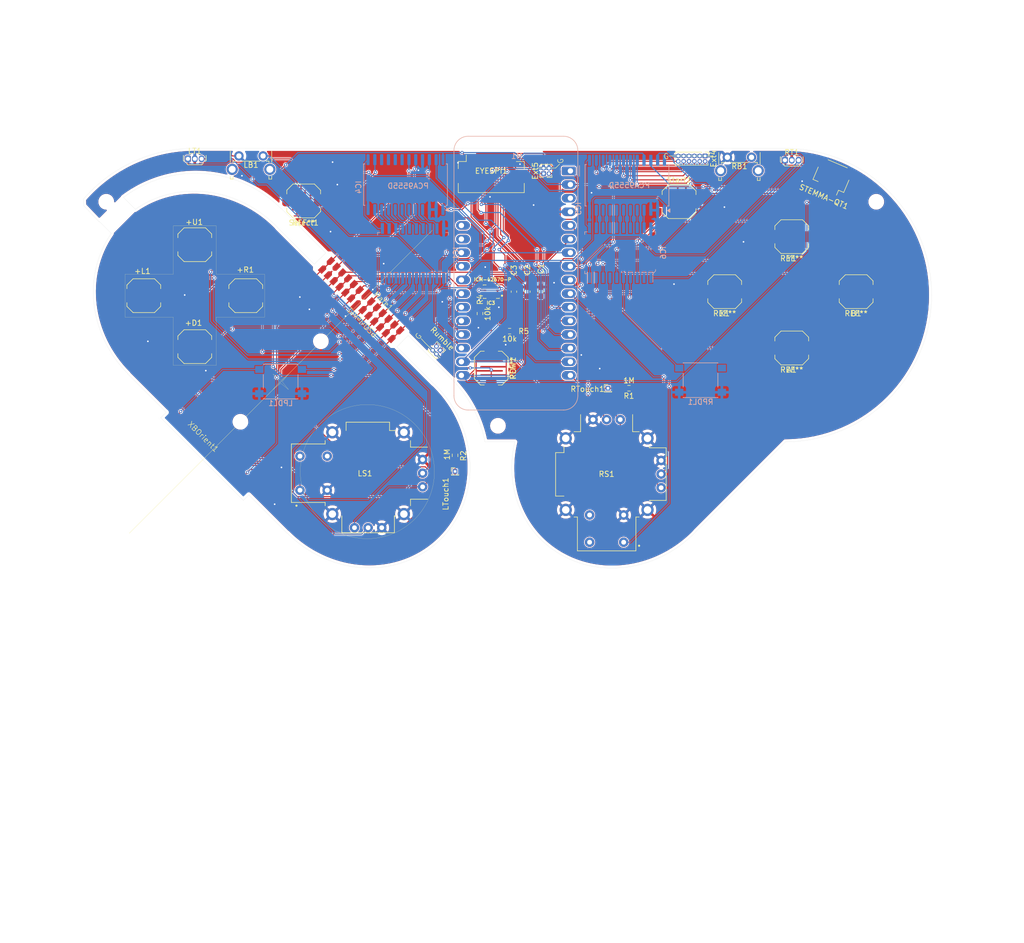
<source format=kicad_pcb>
(kicad_pcb (version 20240108) (generator "pcbnew") (generator_version "8.0")
  (layers (0 "F.Cu" signal) (31 "B.Cu" signal) (34 "B.Paste" user) (35 "F.Paste" user) (36 "B.SilkS" user "B.Silkscreen") (37 "F.SilkS" user "F.Silkscreen") (38 "B.Mask" user) (39 "F.Mask" user) (44 "Edge.Cuts" user))
  (net 0 "")
  (net 1 "+3.3V")
  (net 2 "GND")
  (net 3 "Net-(IC1-OUT5)")
  (net 4 "Net-(IC1-OUT6)")
  (net 5 "Net-(IC1-OUT8)")
  (net 6 "Net-(IC1-OUT7)")
  (net 7 "Net-(IC1-OUT0)")
  (net 8 "Net-(IC1-OUT1)")
  (net 9 "Net-(IC1-OUT3)")
  (net 10 "Net-(IC1-OUT4)")
  (net 11 "Net-(IC1-OUT2)")
  (net 12 "Net-(IC5-IO0_7)")
  (net 13 "Net-(IC5-IO0_4)")
  (net 14 "Net-(IC5-IO0_0)")
  (net 15 "Net-(IC5-IO1_0)")
  (net 16 "Net-(IC5-IO0_3)")
  (net 17 "Net-(IC5-IO0_5)")
  (net 18 "Net-(IC5-IO0_2)")
  (net 19 "Net-(IC5-IO0_6)")
  (net 20 "Net-(IC5-IO0_1)")
  (net 22 "Net-(EYESPI1-Pin_4)")
  (net 23 "Net-(EYESPI1-Pin_5)")
  (net 25 "Net-(EYESPI1-Pin_6)")
  (net 27 "Net-(EYESPI1-Pin_9)")
  (net 28 "Net-(EYESPI1-Pin_12)")
  (net 30 "RESET")
  (net 31 "Net-(EYESPI1-Pin_2)")
  (net 32 "Net-(EYESPI1-Pin_7)")
  (net 33 "Net-(EYESPI1-Pin_18)")
  (net 34 "Net-(EYESPI1-Pin_17)")
  (net 42 "/SCL")
  (net 43 "/SDA")
  (net 44 "/LT")
  (net 45 "/RT")
  (net 46 "/GPIO6")
  (net 47 "/INTERRUPT")
  (net 48 "/GPIO5")
  (net 49 "/GPIO3")
  (net 50 "/GPIO4")
  (net 51 "/GPIO1")
  (net 52 "/GPIO2")
  (net 53 "/D9")
  (net 54 "/PS")
  (net 55 "/D8")
  (net 56 "/RPDL")
  (net 57 "/A")
  (net 58 "/RJSS")
  (net 59 "/RB")
  (net 60 "/X")
  (net 61 "/B")
  (net 62 "/Y")
  (net 63 "/LJSS")
  (net 64 "/L")
  (net 65 "/D")
  (net 66 "/LB")
  (net 67 "/U")
  (net 68 "/R")
  (net 69 "/LPDL")
  (net 70 "/RJSV")
  (net 71 "/LJSV")
  (net 72 "/RJSH")
  (net 73 "/LJSH")
  (net 74 "/RTouchSense")
  (net 75 "Net-(IC4-IO1_1)")
  (net 78 "/LTouchProbe")
  (net 79 "/RTouchProbe")
  (net 81 "Net-(IC6-SW1)")
  (net 82 "/LTouchSense")
  (net 83 "/OriSelect")
  (footprint "Connector_PinHeader_1.00mm:PinHeader_2x02_P1.00mm_Vertical" (layer "F.Cu") (at 98.25 17 90)
    (property "Reference" "Ext5")
    (property "Value" "Conn_02x02_Top_Bottom" (hide yes))
  )
  (footprint "JSP_Footprints:BridgeableComb_1x13" (layer "F.Cu") (at 34.990369 70.165631 45)
    (property "Reference" "XBOrient1")
    (property "Value" "Conn_01x13")
  )
  (footprint "JSP_Footprints:BridgeableComb_1x13" (layer "F.Cu") (at 64.260077 40.53913 -135)
    (property "Reference" "PSOrient1")
    (property "Value" "Conn_01x13" (hide yes))
  )
  (footprint "Resistor_SMD:R_0603_1608Metric_Pad0.98x0.95mm_HandSolder" (layer "F.Cu") (at 81.75 69.5 -90)
    (property "Reference" "R2")
    (property "Value" "1M")
  )
  (footprint "Button_Switch_THT:SW_Tactile_SPST_Angled_PTS645Vx39-2LFS" (layer "F.Cu") (at 132.5 13.9625)
    (property "Reference" "RB1")
    (property "Value" "PTS645V" (hide yes))
  )
  (footprint "MountingHole:MountingHole_2.7mm_M2.5_DIN965" (layer "F.Cu") (at 56.75 48.25)
    (property "Reference" "H4" (hide yes))
    (property "Value" "MountingHole" (hide yes))
  )
  (footprint "MountingHole:MountingHole_2.7mm_M2.5_DIN965" (layer "F.Cu") (at 89.75 64)
    (property "Reference" "H3" (hide yes))
    (property "Value" "MountingHole" (hide yes))
  )
  (footprint "Capacitor_SMD:C_0603_1608Metric_Pad1.08x0.95mm_HandSolder" (layer "F.Cu") (at 95.24 39.0025 -90)
    (property "Reference" "C2")
    (property "Value" "2.2 uf" (hide yes))
  )
  (footprint "Connector_PinHeader_1.00mm:PinHeader_1x01_P1.00mm_Vertical" (layer "F.Cu") (at 110.25 57)
    (property "Reference" "RTouch1")
    (property "Value" "Conn_01x01_Pin" (hide yes))
  )
  (footprint "Connector_PinHeader_1.00mm:PinHeader_1x01_P1.00mm_Vertical" (layer "F.Cu") (at 81.75 72.5)
    (property "Reference" "LTouch1")
    (property "Value" "Conn_01x01_Pin" (hide yes))
  )
  (footprint "Capacitor_SMD:C_0603_1608Metric_Pad1.08x0.95mm_HandSolder" (layer "F.Cu") (at 97.75 39.0025 -90)
    (property "Reference" "C1")
    (property "Value" "0.1 uf" (hide yes))
  )
  (footprint "Connector_PinHeader_1.00mm:PinHeader_2x02_P1.00mm_Vertical" (layer "F.Cu") (at 78.994 49.911 -135)
    (property "Reference" "Rumble")
    (property "Value" "H1")
  )
  (footprint "MountingHole:MountingHole_2.7mm_M2.5_DIN965" (layer "F.Cu") (at 41.75 63.25)
    (property "Reference" "H5" (hide yes))
    (property "Value" "MountingHole" (hide yes))
  )
  (footprint "Connector_JST:JST_SH_SM04B-SRSS-TB_1x04-1MP_P1.00mm_Horizontal" (layer "F.Cu") (at 152.019 17.653 157)
    (property "Reference" "STEMMA-QT1")
    (property "Value" "Conn_01x04" (hide yes))
  )
  (footprint "JSP_Footprints:SW_Push_1TS009_Conductive_Pad" (layer "F.Cu") (at 144.5 28.75 180)
    (property "Reference" "Y1")
    (property "Value" "1-TS009")
  )
  (footprint "JSP_Footprints:SW_Push_1TS009_Conductive_Pad" (layer "F.Cu") (at 144.5 49.5 180)
    (property "Reference" "A1")
    (property "Value" "1-TS009")
  )
  (footprint "JSP_Footprints:SW_Push_1TS009_Conductive_Pad" (layer "F.Cu") (at 123.500892 22.225)
    (property "Reference" "Start1")
    (property "Value" "1-TS009")
  )
  (footprint "Package_TO_SOT_THT:TO-92Flat" (layer "F.Cu") (at 31.98 14.25)
    (property "Reference" "LT1")
    (property "Value" "A1301EUA-T" (hide yes))
  )
  (footprint "JSP_Footprints:BridgeableComb_1x13_Reverse" (layer "F.Cu") (at 64.252781 40.549965 45)
    (property "Reference" "Mate1")
    (property "Value" "Conn_01x13" (hide yes))
  )
  (footprint "Button_Switch_THT:SW_Tactile_SPST_Angled_PTS645Vx39-2LFS" (layer "F.Cu") (at 41.475 13.7125)
    (property "Reference" "LB1")
    (property "Value" "PTS645V" (hide yes))
  )
  (footprint "MountingHole:MountingHole_2.7mm_M2.5_DIN965" (layer "F.Cu") (at 160.25 22.25)
    (property "Reference" "H2" (hide yes))
    (property "Value" "MountingHole" (hide yes))
  )
  (footprint "JSP_Footprints:SW_Push_1TS009_Conductive_Pad" (layer "F.Cu") (at 33.25 30.25)
    (property "Reference" "+U1")
    (property "Value" "1-TS009")
  )
  (footprint "Connector_PinHeader_1.00mm:PinHeader_2x06_P1.00mm_Vertical" (layer "F.Cu") (at 128.349 13.716 -90)
    (property "Reference" "Ext4")
    (property "Value" "Conn_02x07_Counter_Clockwise")
  )
  (footprint "JSP_Footprints:SW_Push_1TS009_Conductive_Pad" (layer "F.Cu") (at 23.75 39.75)
    (property "Reference" "+L1")
    (property "Value" "1-TS009")
  )
  (footprint "JSP_Footprints:SW_Push_1TS009_Conductive_Pad" (layer "F.Cu") (at 33.25 49.25)
    (property "Reference" "+D1")
    (property "Value" "1-TS009")
  )
  (footprint "COM-09032:XDCR_COM-09032" (layer "F.Cu") (at 65.55 72.831281 90)
    (property "Reference" "LS1")
    (property "Value" "COM-09032")
  )
  (footprint "Capacitor_SMD:C_0603_1608Metric_Pad1.08x0.95mm_HandSolder" (layer "F.Cu") (at 92.73 39.0025 -90)
    (property "Reference" "C3")
    (property "Value" "10 nf" (hide yes))
  )
  (footprint "JSP_Footprints:SW_Push_1TS009_Conductive_Pad" (layer "F.Cu") (at 53.546 22.098 180)
    (property "Reference" "Select1")
    (property "Value" "1-TS009")
  )
  (footprint "ICM-42670-P:XDCR_ICM-42670-P" (layer "F.Cu") (at 88.5 39 180)
    (property "Reference" "IC3")
    (property "Value" "ICM-42670-P")
  )
  (footprint "JSP_Footprints:SW_Push_1TS009_Conductive_Pad" (layer "F.Cu") (at 88.5 53.25 -90)
    (property "Reference" "POW1")
    (property "Value" "1-TS009")
  )
  (footprint "JSP_Footprints:SW_Push_1TS009_Conductive_Pad" (layer "F.Cu") (at 132 39 180)
    (property "Reference" "X1")
    (property "Value" "1-TS009")
  )
  (footprint "JSP_Footprints:SW_Push_1TS009_Conductive_Pad" (layer "F.Cu") (at 42.75 39.75)
    (property "Reference" "+R1")
    (property "Value" "1-TS009")
  )
  (footprint "COM-09032:XDCR_COM-09032" (layer "F.Cu") (at 110 73 180)
    (property "Reference" "RS1")
    (property "Value" "COM-09032")
  )
  (footprint "Resistor_SMD:R_0603_1608Metric" (layer "F.Cu") (at 86.4 43.08 90)
    (property "Reference" "R4")
    (property "Value" "10k")
  )
  (footprint "Resistor_SMD:R_0603_1608Metric_Pad0.98x0.95mm_HandSolder" (layer "F.Cu") (at 114.1625 57 180)
    (property "Reference" "R1")
    (property "Value" "1M")
  )
  (footprint "MountingHole:MountingHole_2.7mm_M2.5_DIN965" (layer "F.Cu") (at 16.75 22.25)
    (property "Reference" "H1" (hide yes))
    (property "Value" "MountingHole" (hide yes))
  )
  (footprint "Connector_FFC-FPC:Hirose_FH12-18S-0.5SH_1x18-1MP_P0.50mm_Horizontal" (layer "F.Cu") (at 88.5 16.05)
    (property "Reference" "EYESPI1")
    (property "Value" "Conn_01x18_Pin")
  )
  (footprint "Package_TO_SOT_THT:TO-92Flat" (layer "F.Cu") (at 143.23 14.5)
    (property "Reference" "RT1")
    (property "Value" "A1301EUA-T" (hide yes))
  )
  (footprint "JSP_Footprints:SW_Push_1TS009_Conductive_Pad" (layer "F.Cu") (at 156.5 39 180)
    (property "Reference" "B1")
    (property "Value" "1-TS009")
  )
  (footprint "Resistor_SMD:R_0603_1608Metric" (layer "F.Cu") (at 91.92 46.36)
    (property "Reference" "R5")
    (property "Value" "10k")
  )
  (footprint "digikey-kicad-library:SOIC-20_W7.5mm" (layer "B.Cu") (at 73.914 31.877 90)
    (property "Reference" "IC1")
    (property "Value" "LS20-S")
  )
  (footprint "Button_Switch_SMD:SW_Push_1P1T_NO_6x6mm_H9.5mm" (layer "B.Cu") (at 49.25 55.75)
    (property "Reference" "LPDL1")
    (property "Value" "1-TS009")
  )
  (footprint "Package_SO:SOIC-24W_7.5x15.4mm_P1.27mm" (layer "B.Cu") (at 113.792 19.177 90)
    (property "Reference" "IC5")
    (property "Value" "PCA9555D")
  )
  (footprint "Module:Adafruit_Feather" (layer "B.Cu") (at 103.25 16.5 180)
    (property "Reference" "M1")
    (property "Value" "Adafruit_Feather_Generic")
  )
  (footprint "Button_Switch_SMD:SW_Push_1P1T_NO_6x6mm_H9.5mm" (layer "B.Cu") (at 127.5 55.5)
    (property "Reference" "RPDL1")
    (property "Value" "1-TS009")
  )
  (footprint "Package_SO:SOIC-24W_7.5x15.4mm_P1.27mm" (layer "B.Cu") (at 72.517 19.05 90)
    (property "Reference" "IC4")
    (property "Value" "PCA9555D")
  )
  (footprint "digikey-kicad-library:SOIC-20_W7.5mm" (layer "B.Cu") (at 112.522 31.75 90)
    (property "Reference" "IC6")
    (property "Value" "LS20-S")
  )
  (gr_line (start 46.249964 43.750028) (end 46.249964 35.75) (stroke (width 0.0254)) (layer "F.SilkS"))
  (gr_line (start 29.249968 43.750027) (end 29.249968 52.749996) (stroke (width 0.0254)) (layer "F.SilkS"))
  (gr_line (start 49.274628 56.083875) (end 47.842331 57.232593) (stroke (width 0.0254)) (layer "F.SilkS"))
  (gr_curve (pts (xy 60.626974 60.99257) (xy 55.956044 62.927332) (xy 52.910517 67.485286) (xy 52.910517 72.541064)) (stroke (width 0.0254)) (layer "F.SilkS"))
  (gr_line (start 37.249996 26.750031) (end 29.249968 26.750031) (stroke (width 0.0254)) (layer "F.SilkS"))
  (gr_line (start 46.249964 35.75) (end 37.249996 35.749999) (stroke (width 0.0254)) (layer "F.SilkS"))
  (gr_line (start 49.274629 55.516714) (end 50.706928 54.367996) (stroke (width 0.0254)) (layer "F.SilkS"))
  (gr_line (start 78.958645 51.325213) (end 76.130218 48.496786) (stroke (width 0.1)) (layer "F.SilkS"))
  (gr_line (start 21.0315 84.043424) (end 77.517758 27.557166) (stroke (width 0.0254)) (layer "F.SilkS"))
  (gr_curve (pts (xy 52.910517 72.541064) (xy 52.910517 77.596842) (xy 55.956044 82.154796) (xy 60.626974 84.089558)) (stroke (width 0.0254)) (layer "F.SilkS"))
  (gr_line (start 37.249996 35.749999) (end 37.249996 26.750031) (stroke (width 0.0254)) (layer "F.SilkS"))
  (gr_line (start 121.666 13.716) (end 129.916 13.716) (stroke (width 0.1)) (layer "F.SilkS"))
  (gr_line (start 20.25 43.750028) (end 29.249968 43.750027) (stroke (width 0.0254)) (layer "F.SilkS"))
  (gr_line (start 47.84233 54.367996) (end 49.274629 55.516714) (stroke (width 0.0254)) (layer "F.SilkS"))
  (gr_curve (pts (xy 77.910517 72.541064) (xy 77.910517 69.225858) (xy 76.593556 66.046434) (xy 74.249352 63.702229)) (stroke (width 0.0254)) (layer "F.SilkS"))
  (gr_line (start 77.517758 27.557166) (end 21.0315 84.043424) (stroke (width 0.0254)) (layer "F.SilkS"))
  (gr_line (start 50.706927 57.232593) (end 49.274628 56.083875) (stroke (width 0.0254)) (layer "F.SilkS"))
  (gr_curve (pts (xy 60.626974 84.089558) (xy 65.297904 86.024321) (xy 70.674377 84.954874) (xy 74.249352 81.379899)) (stroke (width 0.0254)) (layer "F.SilkS"))
  (gr_line (start 100.5 15.96) (end 101.25 15.21) (stroke (width 0.1)) (layer "F.SilkS"))
  (gr_line (start 97.25 15.96) (end 100.5 15.96) (stroke (width 0.1)) (layer "F.SilkS"))
  (gr_curve (pts (xy 74.249352 63.702229) (xy 70.674377 60.127254) (xy 65.297904 59.057807) (xy 60.626974 60.99257)) (stroke (width 0.0254)) (layer "F.SilkS"))
  (gr_line (start 29.249968 35.749999) (end 20.25 35.75) (stroke (width 0.0254)) (layer "F.SilkS"))
  (gr_line (start 29.249968 26.750031) (end 29.249968 35.749999) (stroke (width 0.0254)) (layer "F.SilkS"))
  (gr_line (start 48.991048 55.800295) (end 47.84233 54.367996) (stroke (width 0.0254)) (layer "F.SilkS"))
  (gr_line (start 20.25 35.75) (end 20.25 43.750028) (stroke (width 0.0254)) (layer "F.SilkS"))
  (gr_line (start 47.842331 57.232593) (end 48.991048 55.800295) (stroke (width 0.0254)) (layer "F.SilkS"))
  (gr_line (start 37.249996 43.750027) (end 46.249964 43.750028) (stroke (width 0.0254)) (layer "F.SilkS"))
  (gr_line (start 50.706928 54.367996) (end 49.558209 55.800294) (stroke (width 0.0254)) (layer "F.SilkS"))
  (gr_line (start 76.130218 48.496786) (end 75.438 47.752) (stroke (width 0.1)) (layer "F.SilkS"))
  (gr_line (start 29.249968 52.749996) (end 37.249996 52.749996) (stroke (width 0.0254)) (layer "F.SilkS"))
  (gr_line (start 37.249996 52.749996) (end 37.249996 43.750027) (stroke (width 0.0254)) (layer "F.SilkS"))
  (gr_curve (pts (xy 74.249352 81.379899) (xy 76.593556 79.035694) (xy 77.910517 75.85627) (xy 77.910517 72.541064)) (stroke (width 0.0254)) (layer "F.SilkS"))
  (gr_line (start 49.558209 55.800294) (end 50.706927 57.232593) (stroke (width 0.0254)) (layer "F.SilkS"))
  (gr_line (start 55.516496 33.898612) (end 48.752051 27.134684) (stroke (width 0.0254)) (layer "Edge.Cuts"))
  (gr_line (start 43.316207 76.893404) (end 50.470293 84.047489) (stroke (width 0.0254)) (layer "Edge.Cuts"))
  (gr_line (start 73.030156 47.159818) (end 81.159375 55.289038) (stroke (width 0.0254)) (layer "Edge.Cuts"))
  (gr_curve (pts (xy 48.387216 26.717655) (xy 41.10636 19.450935) (xy 30.00826 18.152971) (xy 22.167627 23.651176)) (stroke (width 0.0254)) (layer "Edge.Cuts"))
  (gr_curve (pts (xy 111.774222 90.521114) (xy 117.147333 90.323315) (xy 122.378844 87.999141) (xy 126.317862 84.059892)) (stroke (width 0.0254)) (layer "Edge.Cuts"))
  (gr_curve (pts (xy 35.015939 17.003519) (xy 40.406294 17.382769) (xy 45.480081 19.689452) (xy 49.30964 23.501831)) (stroke (width 0.0254)) (layer "Edge.Cuts"))
  (gr_curve (pts (xy 48.752051 27.134684) (xy 48.632166 26.994206) (xy 48.510543 26.855185) (xy 48.387216 26.717655)) (stroke (width 0.0254)) (layer "Edge.Cuts"))
  (gr_line (start 77.676901 56.059534) (end 70.913489 49.296122) (stroke (width 0.0254)) (layer "Edge.Cuts"))
  (gr_curve (pts (xy 50.497681 84.021651) (xy 54.436833 87.960779) (xy 59.668422 90.284777) (xy 65.041535 90.482382)) (stroke (width 0.0254)) (layer "Edge.Cuts"))
  (gr_line (start 126.683212 83.642863) (end 143.321992 67.004085) (stroke (width 0.0254)) (layer "Edge.Cuts"))
  (gr_line (start 70.913489 49.296122) (end 71.929965 48.279647) (stroke (width 0.0254)) (layer "Edge.Cuts"))
  (gr_curve (pts (xy 17.678496 28.150126) (xy 12.225404 35.992428) (xy 13.541137 47.054676) (xy 20.790451 54.31442)) (stroke (width 0.0254)) (layer "Edge.Cuts"))
  (gr_curve (pts (xy 170.572522 39.641414) (xy 170.572522 24.476616) (xy 158.326342 12.267891) (xy 143.114762 12.267891)) (stroke (width 0.0254)) (layer "Edge.Cuts"))
  (gr_line (start 143.114762 12.267891) (end 33.283745 12.267891) (stroke (width 0.0254)) (layer "Edge.Cuts"))
  (gr_line (start 50.497164 84.021134) (end 50.497681 84.021651) (stroke (width 0.0254)) (layer "Edge.Cuts"))
  (gr_line (start 12.5 21.75) (end 12.535657 22.96543) (stroke (width 0.0254)) (layer "Edge.Cuts"))
  (gr_curve (pts (xy 79.148646 85.075333) (xy 86.769024 77.454686) (xy 86.297046 64.627535) (xy 78.094446 56.424886)) (stroke (width 0.0254)) (layer "Edge.Cuts"))
  (gr_line (start 87.315072 67.01442) (end 92.873389 67.01442) (stroke (width 0.0254)) (layer "Edge.Cuts"))
  (gr_line (start 20.791484 54.315454) (end 20.765129 54.342326) (stroke (width 0.0254)) (layer "Edge.Cuts"))
  (gr_line (start 71.929965 48.279647) (end 71.920146 48.269828) (stroke (width 0.0254)) (layer "Edge.Cuts"))
  (gr_line (start 26.904289 62.510819) (end 42.301799 77.907812) (stroke (width 0.0254)) (layer "Edge.Cuts"))
  (gr_line (start 12.535657 22.96543) (end 15.425403 25.981266) (stroke (width 0.0254)) (layer "Edge.Cuts"))
  (gr_line (start 49.341679 23.471342) (end 57.652283 31.782462) (stroke (width 0.0254)) (layer "Edge.Cuts"))
  (gr_line (start 81.12837 55.320561) (end 81.129403 55.321594) (stroke (width 0.0254)) (layer "Edge.Cuts"))
  (gr_curve (pts (xy 78.094446 56.424886) (xy 77.956748 56.301382) (xy 77.817555 56.179587) (xy 77.676901 56.059534)) (stroke (width 0.0254)) (layer "Edge.Cuts"))
  (gr_line (start 50.470293 84.047489) (end 50.497164 84.021134) (stroke (width 0.0254)) (layer "Edge.Cuts"))
  (gr_curve (pts (xy 126.317862 84.059892) (xy 126.441362 83.922365) (xy 126.563156 83.783344) (xy 126.683212 83.642863)) (stroke (width 0.0254)) (layer "Edge.Cuts"))
  (gr_line (start 20.790451 54.31442) (end 20.791484 54.315454) (stroke (width 0.0254)) (layer "Edge.Cuts"))
  (gr_line (start 49.310674 23.502348) (end 49.341679 23.471342) (stroke (width 0.0254)) (layer "Edge.Cuts"))
  (gr_line (start 20.765129 54.342326) (end 27.918698 61.496411) (stroke (width 0.0254)) (layer "Edge.Cuts"))
  (gr_line (start 56.532972 32.882137) (end 55.516496 33.898612) (stroke (width 0.0254)) (layer "Edge.Cuts"))
  (gr_curve (pts (xy 143.321992 67.004085) (xy 158.436202 66.892471) (xy 170.572522 54.736449) (xy 170.572522 39.641414)) (stroke (width 0.0254)) (layer "Edge.Cuts"))
  (gr_line (start 22.167627 23.651176) (end 19.952776 21.436324) (stroke (width 0.0254)) (layer "Edge.Cuts"))
  (gr_curve (pts (xy 15.425403 25.981266) (xy 15.435714 25.96351) (xy 15.44605 25.945767) (xy 15.456409 25.928039)) (stroke (width 0.0254)) (layer "Edge.Cuts"))
  (gr_line (start 81.159375 55.289038) (end 81.12837 55.320561) (stroke (width 0.0254)) (layer "Edge.Cuts"))
  (gr_curve (pts (xy 19.952776 21.436324) (xy 24.278532 18.19766) (xy 29.625467 16.624158) (xy 35.015939 17.003519)) (stroke (width 0.0254)) (layer "Edge.Cuts"))
  (gr_line (start 57.652283 31.782462) (end 56.54279 32.891955) (stroke (width 0.0254)) (layer "Edge.Cuts"))
  (gr_curve (pts (xy 97.666895 85.114608) (xy 101.326546 88.774131) (xy 106.401111 90.718912) (xy 111.774222 90.521114)) (stroke (width 0.0254)) (layer "Edge.Cuts"))
  (gr_line (start 56.54279 32.891955) (end 56.532972 32.882137) (stroke (width 0.0254)) (layer "Edge.Cuts"))
  (gr_line (start 42.301799 77.907812) (end 43.316207 76.893404) (stroke (width 0.0254)) (layer "Edge.Cuts"))
  (gr_line (start 27.918698 61.496411) (end 26.904289 62.510819) (stroke (width 0.0254)) (layer "Edge.Cuts"))
  (gr_line (start 71.920146 48.269828) (end 73.030156 47.159818) (stroke (width 0.0254)) (layer "Edge.Cuts"))
  (gr_curve (pts (xy 65.041535 90.482382) (xy 70.414648 90.679986) (xy 75.489136 88.735009) (xy 79.148646 85.075333)) (stroke (width 0.0254)) (layer "Edge.Cuts"))
  (gr_curve (pts (xy 92.873389 67.01442) (xy 91.281191 73.694599) (xy 93.079539 80.485127) (xy 97.666895 85.114608)) (stroke (width 0.0254)) (layer "Edge.Cuts"))
  (gr_line (start 49.30964 23.501831) (end 49.310674 23.502348) (stroke (width 0.0254)) (layer "Edge.Cuts"))
  (gr_curve (pts (xy 33.283745 12.267891) (xy 24.952413 12.267891) (xy 17.527476 15.945609) (xy 12.5 21.75)) (stroke (width 0.0254)) (layer "Edge.Cuts"))
  (gr_curve (pts (xy 81.129403 55.321594) (xy 84.316436 58.511277) (xy 86.471499 62.585013) (xy 87.315072 67.01442)) (stroke (width 0.0254)) (layer "Edge.Cuts"))
  (gr_line (start 15.456409 25.928039) (end 17.678496 28.150126) (stroke (width 0.0254)) (layer "Edge.Cuts"))
  (gr_text "rev 1.0" (at 135.001 74.041 45) (layer "F.Cu" knockout) (effects (font (size 1.5 1.5) (thickness 0.3) (bold yes)) (justify left bottom)))
  (gr_text "G" (at 102 15.21 90) (layer "F.SilkS") (effects (font (size 1 1) (thickness 0.1)) (justify left bottom)))
  (gr_text "G" (at 74.93 48.133 45) (layer "F.SilkS") (effects (font (size 1 1) (thickness 0.1)) (justify left bottom)))
  (gr_text "G" (at 120.523 14.351 0) (layer "F.SilkS") (effects (font (size 1 1) (thickness 0.1)) (justify left bottom)))
  (segment (start 49.276 53.470739) (end 49.276 57.954215) (width 0.2) (layer "F.Cu") (net 1))
  (segment (start 84.25 14.2) (end 84.183 14.2) (width 0.2) (layer "F.Cu") (net 1))
  (segment (start 61.869468 45.085) (end 59.563 45.085) (width 0.2) (layer "F.Cu") (net 1))
  (segment (start 63.881 38.865739) (end 62.606896 40.139843) (width 0.2) (layer "F.Cu") (net 1))
  (segment (start 63.893571 38.753914) (end 64.742993 37.904492) (width 0.2) (layer "F.Cu") (net 1))
  (segment (start 68.631529 39.208) (end 78.267 39.208) (width 0.2) (layer "F.Cu") (net 1))
  (segment (start 98.588471 57.4) (end 92.745 51.556529) (width 0.2) (layer "F.Cu") (net 1))
  (segment (start 89.3875 37.7) (end 90.565 37.7) (width 0.2) (layer "F.Cu") (net 1))
  (segment (start 76.899 74.182281) (end 75.71 75.371281) (width 0.2) (layer "F.Cu") (net 1))
  (segment (start 64.619287 42.335181) (end 61.869468 45.085) (width 0.2) (layer "F.Cu") (net 1))
  (segment (start 89 36.549) (end 88.635363 36.184363) (width 0.2) (layer "F.Cu") (net 1))
  (segment (start 152.019 19.35703) (end 151.816756 19.559274) (width 0.2) (layer "F.Cu") (net 1))
  (segment (start 108.585 19.431) (end 108.077 19.431) (width 0.2) (layer "F.Cu") (net 1))
  (segment (start 97.75 39.865) (end 95.24 39.865) (width 0.2) (layer "F.Cu") (net 1))
  (segment (start 107.1 57.4) (end 98.588471 57.4) (width 0.2) (layer "F.Cu") (net 1))
  (segment (start 85.23 37.33) (end 85.23 41.085) (width 0.2) (layer "F.Cu") (net 1))
  (segment (start 95.24 39.865) (end 92.73 39.865) (width 0.2) (layer "F.Cu") (net 1))
  (segment (start 85.23 41.085) (end 86.4 42.255) (width 0.2) (layer "F.Cu") (net 1))
  (segment (start 85.23 37.33) (end 86.375637 36.184363) (width 0.2) (layer "F.Cu") (net 1))
  (segment (start 64.742993 37.904492) (end 65.405 37.904492) (width 0.2) (layer "F.Cu") (net 1))
  (segment (start 50.419 58.788492) (end 63.272789 71.642281) (width 0.2) (layer "F.Cu") (net 1))
  (segment (start 107.686 19.04) (end 103.25 19.04) (width 0.2) (layer "F.Cu") (net 1))
  (segment (start 90.565 37.7) (end 92.73 39.865) (width 0.2) (layer "F.Cu") (net 1))
  (segment (start 89 38.0875) (end 89 36.549) (width 0.2) (layer "F.Cu") (net 1))
  (segment (start 92.745 51.556529) (end 92.745 46.36) (width 0.2) (layer "F.Cu") (net 1))
  (segment (start 112.54 62.84) (end 107.1 57.4) (width 0.2) (layer "F.Cu") (net 1))
  (segment (start 88 39.9125) (end 88 40.655) (width 0.2) (layer "F.Cu") (net 1))
  (segment (start 149.260119 15.992877) (end 149.58279 15.992877) (width 0.2) (layer "F.Cu") (net 1))
  (segment (start 59.563 45.085) (end 58.612369 44.134369) (width 0.2) (layer "F.Cu") (net 1))
  (segment (start 44.4235 17.5525) (end 43.953845 18.022155) (width 0.2) (layer "F.Cu") (net 1))
  (segment (start 92.73 39.865) (end 92.73 46.345) (width 0.2) (layer "F.Cu") (net 1))
  (segment (start 62.606896 40.139843) (end 58.612369 44.134369) (width 0.2) (layer "F.Cu") (net 1))
  (segment (start 84.183 14.2) (end 83.058 13.075) (width 0.2) (layer "F.Cu") (net 1))
  (segment (start 49.233607 57.996607) (end 36.578374 70.651841) (width 0.2) (layer "F.Cu") (net 1))
  (segment (start 50.376607 57.996607) (end 50.419 58.039) (width 0.2) (layer "F.Cu") (net 1))
  (segment (start 76.899 72.338781) (end 76.899 74.182281) (width 0.2) (layer "F.Cu") (net 1))
  (segment (start 143.23 14.5) (end 138.299 19.431) (width 0.2) (layer "F.Cu") (net 1))
  (segment (start 143.53 15.45) (end 148.717242 15.45) (width 0.2) (layer "F.Cu") (net 1))
  (segment (start 65.405 37.904492) (end 67.328021 37.904492) (width 0.2) (layer "F.Cu") (net 1))
  (segment (start 88 40.655) (end 86.4 42.255) (width 0.2) (layer "F.Cu") (net 1))
  (segment (start 88.635363 36.184363) (end 86.375637 36.184363) (width 0.2) (layer "F.Cu") (net 1))
  (segment (start 149.58279 15.992877) (end 152.019 18.429087) (width 0.2) (layer "F.Cu") (net 1))
  (segment (start 112.54 62.84) (end 112.54 67.92) (width 0.2) (layer "F.Cu") (net 1))
  (segment (start 152.019 18.429087) (end 152.019 19.35703) (width 0.2) (layer "F.Cu") (net 1))
  (segment (start 63.272789 71.642281) (end 76.2025 71.642281) (width 0.2) (layer "F.Cu") (net 1))
  (segment (start 92.73 46.345) (end 92.745 46.36) (width 0.2) (layer "F.Cu") (net 1))
  (segment (start 67.328021 37.904492) (end 68.631529 39.208) (width 0.2) (layer "F.Cu") (net 1))
  (segment (start 143.23 14.5) (end 143.23 15.15) (width 0.2) (layer "F.Cu") (net 1))
  (segment (start 50.419 58.039) (end 50.419 58.788492) (width 0.2) (layer "F.Cu") (net 1))
  (segment (start 143.23 15.15) (end 143.53 15.45) (width 0.2) (layer "F.Cu") (net 1))
  (segment (start 148.717242 15.45) (end 149.260119 15.992877) (width 0.2) (layer "F.Cu") (net 1))
  (segment (start 49.276 57.954215) (end 49.233607 57.996607) (width 0.2) (layer "F.Cu") (net 1))
  (segment (start 112.54 67.92) (end 120.16 75.54) (width 0.2) (layer "F.Cu") (net 1))
  (segment (start 63.881 38.862) (end 63.881 38.865739) (width 0.2) (layer "F.Cu") (net 1))
  (segment (start 49.233607 57.996607) (end 50.376607 57.996607) (width 0.2) (layer "F.Cu") (net 1))
  (segment (start 87.3375 38.25) (end 87.3375 36.195) (width 0.2) (layer "F.Cu") (net 1))
  (segment (start 76.2025 71.642281) (end 76.899 72.338781) (width 0.2) (layer "F.Cu") (net 1))
  (segment (start 47.9795 17.5525) (end 44.4235 17.5525) (width 0.2) (layer "F.Cu") (net 1))
  (segment (start 89 38.0875) (end 89.3875 37.7) (width 0.2) (layer "F.Cu") (net 1))
  (segment (start 50.165 15.367) (end 47.9795 17.5525) (width 0.2) (layer "F.Cu") (net 1))
  (segment (start 78.267 39.208) (end 78.613 38.862) (width 0.2) (layer "F.Cu") (net 1))
  (segment (start 138.299 19.431) (end 128.016 19.431) (width 0.2) (layer "F.Cu") (net 1))
  (segment (start 108.077 19.431) (end 107.686 19.04) (width 0.2) (layer "F.Cu") (net 1))
  (segment (start 58.612369 44.134369) (end 49.276 53.470739) (width 0.2) (layer "F.Cu") (net 1))
  (via (at 86.417059 36.425785) (size 0.6) (drill 0.3) (layers "F.Cu" "B.Cu") (net 1))
  (via (at 50.165 15.367) (size 0.6) (drill 0.3) (layers "F.Cu" "B.Cu") (net 1))
  (via (at 65.405 37.904492) (size 0.6) (drill 0.3) (layers "F.Cu" "B.Cu") (net 1))
  (via (at 108.585 19.431) (size 0.6) (drill 0.3) (layers "F.Cu" "B.Cu") (net 1))
  (via (at 128.016 19.431) (size 0.6) (drill 0.3) (layers "F.Cu" "B.Cu") (net 1))
  (via (at 83.058 13.075) (size 0.6) (drill 0.3) (layers "F.Cu" "B.Cu") (net 1))
  (via (at 78.613 38.862) (size 0.6) (drill 0.3) (layers "F.Cu" "B.Cu") (net 1))
  (via (at 43.953845 18.022155) (size 0.6) (drill 0.3) (layers "F.Cu" "B.Cu") (net 1))
  (segment (start 39.283 15.2) (end 39.6305 14.8525) (width 0.2) (layer "B.Cu") (net 1))
  (segment (start 143.23 13.85) (end 143.23 14.5) (width 0.2) (layer "B.Cu") (net 1))
  (segment (start 146.023726 13.462) (end 143.618 13.462) (width 0.2) (layer "B.Cu") (net 1))
  (segment (start 108.677 19.523) (end 108.585 19.431) (width 0.2) (layer "B.Cu") (net 1))
  (segment (start 103.25 19.04) (end 98.84 19.04) (width 0.2) (layer "B.Cu") (net 1))
  (segment (start 83.058 13.075) (end 79.502 13.075) (width 0.2) (layer "B.Cu") (net 1))
  (segment (start 50.165 15.367) (end 52.457 13.075) (width 0.2) (layer "B.Cu") (net 1))
  (segment (start 79.629 37.846) (end 78.613 38.862) (width 0.2) (layer "B.Cu") (net 1))
  (segment (start 84.582844 38.26) (end 79.215 38.26) (width 0.2) (layer "B.Cu") (net 1))
  (segment (start 43.953845 18.022155) (end 45.057888 19.126199) (width 0.2) (layer "B.Cu") (net 1))
  (segment (start 79.502 14.4) (end 79.502 13.075) (width 0.2) (layer "B.Cu") (net 1))
  (segment (start 92.875 13.075) (end 83.058 13.075) (width 0.2) (layer "B.Cu") (net 1))
  (segment (start 52.457 13.075) (end 74.422 13.075) (width 0.2) (layer "B.Cu") (net 1))
  (segment (start 39.6305 14.8525) (end 40.784189 14.8525) (width 0.2) (layer "B.Cu") (net 1))
  (segment (start 69.372765 75.371281) (end 63.01 81.734046) (width 0.2) (layer "B.Cu") (net 1))
  (segment (start 86.417059 36.425785) (end 84.582844 38.26) (width 0.2) (layer "B.Cu") (net 1))
  (segment (start 93.8115 14.0115) (end 92.875 13.075) (width 0.2) (layer "B.Cu") (net 1))
  (segment (start 116.967 13.502001) (end 116.666999 13.202) (width 0.2) (layer "B.Cu") (net 1))
  (segment (start 146.595 14.033274) (end 146.023726 13.462) (width 0.2) (layer "B.Cu") (net 1))
  (segment (start 116.666999 13.202) (end 94.621 13.202) (width 0.2) (layer "B.Cu") (net 1))
  (segment (start 143.618 13.462) (end 143.23 13.85) (width 0.2) (layer "B.Cu") (net 1))
  (segment (start 31.98 14.9) (end 32.28 15.2) (width 0.2) (layer "B.Cu") (net 1))
  (segment (start 63.01 82.991281) (end 63.01 81.734046) (width 0.2) (layer "B.Cu") (net 1))
  (segment (start 31.98 14.25) (end 31.98 14.9) (width 0.2) (layer "B.Cu") (net 1))
  (segment (start 79.502 13.075) (end 74.422 13.075) (width 0.2) (layer "B.Cu") (net 1))
  (segment (start 146.595 14.966726) (end 146.595 14.033274) (width 0.2) (layer "B.Cu") (net 1))
  (segment (start 79.215 38.26) (end 78.613 38.862) (width 0.2) (layer "B.Cu") (net 1))
  (segment (start 128.016 19.431) (end 127.924 19.523) (width 0.2) (layer "B.Cu") (net 1))
  (segment (start 118.237 36.4) (end 125.161726 36.4) (width 0.2) (layer "B.Cu") (net 1))
  (segment (start 98.84 19.04) (end 93.8115 14.0115) (width 0.2) (layer "B.Cu") (net 1))
  (segment (start 94.621 13.202) (end 93.8115 14.0115) (width 0.2) (layer "B.Cu") (net 1))
  (segment (start 75.71 75.371281) (end 69.372765 75.371281) (width 0.2) (layer "B.Cu") (net 1))
  (segment (start 45.057888 19.126199) (end 46.626707 19.126199) (width 0.2) (layer "B.Cu") (net 1))
  (segment (start 125.161726 36.4) (end 146.595 14.966726) (width 0.2) (layer "B.Cu") (net 1))
  (segment (start 40.784189 14.8525) (end 43.953845 18.022155) (width 0.2) (layer "B.Cu") (net 1))
  (segment (start 127.924 19.523) (end 108.677 19.523) (width 0.2) (layer "B.Cu") (net 1))
  (segment (start 116.967 14.527) (end 116.967 13.502001) (width 0.2) (layer "B.Cu") (net 1))
  (segment (start 79.629 36.527) (end 79.629 37.846) (width 0.2) (layer "B.Cu") (net 1))
  (segment (start 46.626707 19.126199) (end 65.405 37.904492) (width 0.2) (layer "B.Cu") (net 1))
  (segment (start 32.28 15.2) (end 39.283 15.2) (width 0.2) (layer "B.Cu") (net 1))
  (segment (start 34.631159 68.36958) (end 35.34958 68.36958) (width 0.2) (layer "F.Cu") (net 2))
  (segment (start 40.2555 13.7125) (end 39.9415 13.3985) (width 0.2) (layer "F.Cu") (net 2))
  (segment (start 41.475 13.7125) (end 40.2555 13.7125) (width 0.2) (layer "F.Cu") (net 2))
  (segment (start 35.34958 68.36958) (end 36.068 69.088) (width 0.2) (layer "F.Cu") (net 2))
  (via (at 146.431 18.415) (size 0.6) (drill 0.3) (layers "F.Cu" "B.Cu") (net 2))
  (via (at 24.511 48.26) (size 0.6) (drill 0.3) (layers "F.Cu" "B.Cu") (net 2))
  (via (at 31.369 39.624) (size 0.6) (drill 0.3) (layers "F.Cu" "B.Cu") (net 2))
  (via (at 59.817 19.05) (size 0.6) (drill 0.3) (layers "F.Cu" "B.Cu") (net 2))
  (via (at 58.928 14.859) (size 0.6) (drill 0.3) (layers "F.Cu" "B.Cu") (net 2))
  (via (at 42.037 17.399) (size 0.6) (drill 0.3) (layers "F.Cu" "B.Cu") (net 2))
  (via (at 61.341 43.561) (size 0.6) (drill 0.3) (layers "F.Cu" "B.Cu") (net 2))
  (via (at 89.916 41.91) (size 0.6) (drill 0.3) (layers "F.Cu" "B.Cu") (net 2))
  (via (at 82.296 14.986) (size 0.6) (drill 0.3) (layers "F.Cu" "B.Cu") (net 2))
  (via (at 105.283 50.8) (size 0.6) (drill 0.3) (layers "F.Cu" "B.Cu") (net 2))
  (via (at 54.61 42.291) (size 0.6) (drill 0.3) (layers "F.Cu" "B.Cu") (net 2))
  (via (at 86.233 40.513) (size 0.6) (drill 0.3) (layers "F.Cu" "B.Cu") (net 2))
  (via (at 49.403 71.755) (size 0.6) (drill 0.3) (layers "F.Cu" "B.Cu") (net 2))
  (via (at 52.832 40.005) (size 0.6) (drill 0.3) (layers "F.Cu" "B.Cu") (net 2))
  (via (at 58.547 27.813) (size 0.6) (drill 0.3) (layers "F.Cu" "B.Cu") (net 2))
  (via (at 96.393 22.86) (size 0.6) (drill 0.3) (layers "F.Cu" "B.Cu") (net 2))
  (via (at 100.203 37.338) (size 0.6) (drill 0.3) (layers "F.Cu" "B.Cu") (net 2))
  (via (at 131.953 23.241) (size 0.6) (drill 0.3) (layers "F.Cu" "B.Cu") (net 2))
  (via (at 35.306 53.721) (size 0.6) (drill 0.3) (layers "F.Cu" "B.Cu") (net 2))
  (via (at 48.133 78.613) (size 0.6) (drill 0.3) (layers "F.Cu" "B.Cu") (net 2))
  (via (at 93.853 15.24) (size 0.6) (drill 0.3) (layers "F.Cu" "B.Cu") (net 2))
  (via (at 68.453 33.782) (size 0.6) (drill 0.3) (layers "F.Cu" "B.Cu") (net 2))
  (via (at 74.93 16.383) (size 0.6) (drill 0.3) (layers "F.Cu" "B.Cu") (net 2))
  (via (at 87.376 34.417) (size 0.6) (drill 0.3) (layers "F.Cu" "B.Cu") (net 2))
  (via (at 122.555 37.592) (size 0.6) (drill 0.3) (layers "F.Cu" "B.Cu") (net 2))
  (via (at 86.106 45.72) (size 0.6) (drill 0.3) (layers "F.Cu" "B.Cu") (net 2))
  (via (at 79.375 40.894) (size 0.6) (drill 0.3) (layers "F.Cu" "B.Cu") (net 2))
  (via (at 91.186 48.895) (size 0.6) (drill 0.3) (layers "F.Cu" "B.Cu") (net 2))
  (via (at 66.421 38.608) (size 0.6) (drill 0.3) (layers "F.Cu" "B.Cu") (net 2))
  (via (at 107.188 20.574) (size 0.6) (drill 0.3) (layers "F.Cu" "B.Cu") (net 2))
  (via (at 108.712 53.34) (size 0.6) (drill 0.3) (layers "F.Cu" "B.Cu") (net 2))
  (via (at 88.011 36.957) (size 0.6) (drill 0.3) (layers "F.Cu" "B.Cu") (net 2))
  (via (at 135.509 29.718) (size 0.6) (drill 0.3) (layers "F.Cu" "B.Cu") (net 2))
  (via (at 88.265 21.336) (size 0.6) (drill 0.3) (layers "F.Cu" "B.Cu") (net 2))
  (segment (start 71.208314 25.927) (end 72.009 26.727686) (width 0.2) (layer "B.Cu") (net 3))
  (segment (start 70.544001 25.927) (end 71.208314 25.927) (width 0.2) (layer "B.Cu") (net 3))
  (segment (start 69.342 23.7) (end 69.342 24.724999) (width 0.2) (layer "B.Cu") (net 3))
  (segment (start 69.342 24.724999) (end 70.544001 25.927) (width 0.2) (layer "B.Cu") (net 3))
  (segment (start 72.009 26.727686) (end 72.009 27.227) (width 0.2) (layer "B.Cu") (net 3))
  (segment (start 69.977 25.927) (end 70.739 26.689) (width 0.2) (layer "B.Cu") (net 4))
  (segment (start 68.072 23.7) (end 68.072 24.724999) (width 0.2) (layer "B.Cu") (net 4))
  (segment (start 68.072 24.724999) (end 69.274001 25.927) (width 0.2) (layer "B.Cu") (net 4))
  (segment (start 69.274001 25.927) (end 69.977 25.927) (width 0.2) (layer "B.Cu") (net 4))
  (segment (start 70.739 26.689) (end 70.739 27.227) (width 0.2) (layer "B.Cu") (net 4))
  (segment (start 67.393448 27.227) (end 64.932 24.765552) (width 0.2) (layer "B.Cu") (net 5))
  (segment (start 64.932 24.765552) (end 64.932 15) (width 0.2) (layer "B.Cu") (net 5))
  (segment (start 68.199 27.227) (end 67.393448 27.227) (width 0.2) (layer "B.Cu") (net 5))
  (segment (start 64.932 15) (end 65.532 14.4) (width 0.2) (layer "B.Cu") (net 5))
  (segment (start 66.802 24.724999) (end 68.004001 25.927) (width 0.2) (layer "B.Cu") (net 6))
  (segment (start 68.004001 25.927) (end 68.707 25.927) (width 0.2) (layer "B.Cu") (net 6))
  (segment (start 69.469 26.689) (end 69.469 27.227) (width 0.2) (layer "B.Cu") (net 6))
  (segment (start 68.707 25.927) (end 69.469 26.689) (width 0.2) (layer "B.Cu") (net 6))
  (segment (start 66.802 23.7) (end 66.802 24.724999) (width 0.2) (layer "B.Cu") (net 6))
  (segment (start 75.692 24.724999) (end 76.894001 25.927) (width 0.2) (layer "B.Cu") (net 7))
  (segment (start 76.894001 25.927) (end 77.689 25.927) (width 0.2) (layer "B.Cu") (net 7))
  (segment (start 77.689 25.927) (end 78.359 26.597) (width 0.2) (layer "B.Cu") (net 7))
  (segment (start 75.692 23.7) (end 75.692 24.724999) (width 0.2) (layer "B.Cu") (net 7))
  (segment (start 78.359 26.597) (end 78.359 27.227) (width 0.2) (layer "B.Cu") (net 7))
  (segment (start 74.422 23.7) (end 74.422 24.765) (width 0.2) (layer "B.Cu") (net 8))
  (segment (start 77.089 26.689) (end 77.089 27.227) (width 0.2) (layer "B.Cu") (net 8))
  (segment (start 74.422 24.765) (end 75.584 25.927) (width 0.2) (layer "B.Cu") (net 8))
  (segment (start 76.327 25.927) (end 77.089 26.689) (width 0.2) (layer "B.Cu") (net 8))
  (segment (start 75.584 25.927) (end 76.327 25.927) (width 0.2) (layer "B.Cu") (net 8))
  (segment (start 74.549 26.689) (end 74.549 27.227) (width 0.2) (layer "B.Cu") (net 9))
  (segment (start 71.882 24.724999) (end 73.084001 25.927) (width 0.2) (layer "B.Cu") (net 9))
  (segment (start 71.882 23.7) (end 71.882 24.724999) (width 0.2) (layer "B.Cu") (net 9))
  (segment (start 73.787 25.927) (end 74.549 26.689) (width 0.2) (layer "B.Cu") (net 9))
  (segment (start 73.084001 25.927) (end 73.787 25.927) (width 0.2) (layer "B.Cu") (net 9))
  (segment (start 71.774 25.927) (end 72.517 25.927) (width 0.2) (layer "B.Cu") (net 10))
  (segment (start 70.612 24.765) (end 71.774 25.927) (width 0.2) (layer "B.Cu") (net 10))
  (segment (start 70.612 23.7) (end 70.612 24.765) (width 0.2) (layer "B.Cu") (net 10))
  (segment (start 72.517 25.927) (end 73.279 26.689) (width 0.2) (layer "B.Cu") (net 10))
  (segment (start 73.279 26.689) (end 73.279 27.227) (width 0.2) (layer "B.Cu") (net 10))
  (segment (start 75.819 26.727686) (end 75.819 27.227) (width 0.2) (layer "B.Cu") (net 11))
  (segment (start 73.152 24.724999) (end 74.354001 25.927) (width 0.2) (layer "B.Cu") (net 11))
  (segment (start 74.354001 25.927) (end 75.018314 25.927) (width 0.2) (layer "B.Cu") (net 11))
  (segment (start 75.018314 25.927) (end 75.819 26.727686) (width 0.2) (layer "B.Cu") (net 11))
  (segment (start 73.152 23.7) (end 73.152 24.724999) (width 0.2) (layer "B.Cu") (net 11))
  (segment (start 108.077 23.446) (end 108.077 27.1) (width 0.2) (layer "B.Cu") (net 12))
  (segment (start 111.887 23.446) (end 111.887 27.1) (width 0.2) (layer "B.Cu") (net 13))
  (segment (start 116.967 23.446) (end 116.967 27.1) (width 0.2) (layer "B.Cu") (net 14))
  (segment (start 106.807 14.146) (end 106.172 14.781) (width 0.2) (layer "B.Cu") (net 15))
  (segment (start 106.172 14.781) (end 106.172 26.465) (width 0.2) (layer "B.Cu") (net 15))
  (segment (start 106.172 26.465) (end 106.807 27.1) (width 0.2) (layer "B.Cu") (net 15))
  (segment (start 113.157 23.446) (end 113.157 27.1) (width 0.2) (layer "B.Cu") (net 16))
  (segment (start 110.617 23.446) (end 110.617 27.1) (width 0.2) (layer "B.Cu") (net 17))
  (segment (start 114.427 23.446) (end 114.427 27.1) (width 0.2) (layer "B.Cu") (net 18))
  (segment (start 109.347 23.446) (end 109.347 27.1) (width 0.2) (layer "B.Cu") (net 19))
  (segment (start 115.697 23.446) (end 115.697 27.1) (width 0.2) (layer "B.Cu") (net 20))
  (segment (start 85.75 14.2) (end 85.75 15.034314) (width 0.2) (layer "F.Cu") (net 22))
  (segment (start 104.742 38.26) (end 101.994365 38.26) (width 0.2) (layer "F.Cu") (net 22))
  (segment (start 101.994365 38.26) (end 99.822 40.432365) (width 0.2) (layer "F.Cu") (net 22))
  (segment (start 101.35 16.509009) (end 101.35 25.531) (width 0.2) (layer "F.Cu") (net 22))
  (segment (start 85.75 15.034314) (end 85.8 14.984314) (width 0.2) (layer "F.Cu") (net 22))
  (segment (start 103.876635 25.531) (end 105.283 26.937365) (width 0.2) (layer "F.Cu") (net 22))
  (segment (start 101.35 25.531) (end 103.876635 25.531) (width 0.2) (layer "F.Cu") (net 22))
  (segment (start 85.8 13.25) (end 98.090991 13.25) (width 0.2) (layer "F.Cu") (net 22))
  (segment (start 105.283 26.937365) (end 105.283 32.893) (width 0.2) (layer "F.Cu") (net 22))
  (segment (start 105.283 37.719) (end 104.742 38.26) (width 0.2) (layer "F.Cu") (net 22))
  (segment (start 98.090991 13.25) (end 101.35 16.509009) (width 0.2) (layer "F.Cu") (net 22))
  (segment (start 85.8 14.984314) (end 85.8 13.25) (width 0.2) (layer "F.Cu") (net 22))
  (segment (start 99.822 40.432365) (end 99.822 41.91) (width 0.2) (layer "F.Cu") (net 22))
  (via (at 105.283 37.719) (size 0.6) (drill 0.3) (layers "F.Cu" "B.Cu") (net 22))
  (via (at 99.822 41.91) (size 0.6) (drill 0.3) (layers "F.Cu" "B.Cu") (net 22))
  (via (at 105.283 32.893) (size 0.6) (drill 0.3) (layers "F.Cu" "B.Cu") (net 22))
  (segment (start 104.81 33.366) (end 104.81 37.246) (width 0.2) (layer "B.Cu") (net 22))
  (segment (start 99.822 41.91) (end 103.24 41.91) (width 0.2) (layer "B.Cu") (net 22))
  (segment (start 104.81 37.246) (end 105.283 37.719) (width 0.2) (layer "B.Cu") (net 22))
  (segment (start 105.283 32.893) (end 104.81 33.366) (width 0.2) (layer "B.Cu") (net 22))
  (segment (start 103.24 41.91) (end 103.25 41.9) (width 0.2) (layer "B.Cu") (net 22))
  (segment (start 86.25 14.2) (end 86.25 15.1) (width 0.2) (layer "F.Cu") (net 23))
  (segment (start 97.028 31.15) (end 97.028 33.655) (width 0.2) (layer "F.Cu") (net 23))
  (segment (start 97.028 33.655) (end 96.774 33.909) (width 0.2) (layer "F.Cu") (net 23))
  (segment (start 86.25 15.1) (end 86.05 15.3) (width 0.2) (layer "F.Cu") (net 23))
  (segment (start 86.05 23.693) (end 86.614 24.257) (width 0.2) (layer "F.Cu") (net 23))
  (segment (start 100.086 44.44) (end 103.25 44.44) (width 0.2) (layer "F.Cu") (net 23))
  (segment (start 98.171 46.355) (end 100.086 44.44) (width 0.2) (layer "F.Cu") (net 23))
  (segment (start 86.05 15.3) (end 86.05 23.693) (width 0.2) (layer "F.Cu") (net 23))
  (via (at 96.774 33.909) (size 0.6) (drill 0.3) (layers "F.Cu" "B.Cu") (net 23))
  (via (at 98.171 46.355) (size 0.6) (drill 0.3) (layers "F.Cu" "B.Cu") (net 23))
  (via (at 97.028 31.15) (size 0.6) (drill 0.3) (layers "F.Cu" "B.Cu") (net 23))
  (via (at 86.614 24.257) (size 0.6) (drill 0.3) (layers "F.Cu" "B.Cu") (net 23))
  (segment (start 98.171 35.306) (end 98.171 46.355) (width 0.2) (layer "B.Cu") (net 23))
  (segment (start 96.774 33.909) (end 98.171 35.306) (width 0.2) (layer "B.Cu") (net 23))
  (segment (start 90.135 24.257) (end 97.028 31.15) (width 0.2) (layer "B.Cu") (net 23))
  (segment (start 86.614 24.257) (end 90.135 24.257) (width 0.2) (layer "B.Cu") (net 23))
  (segment (start 86.75 14.2) (end 86.75 22.633) (width 0.2) (layer "F.Cu") (net 25))
  (segment (start 98.298 33.303473) (end 97.821473 33.78) (width 0.2) (layer "F.Cu") (net 25))
  (segment (start 98.298 31.115) (end 98.298 33.303473) (width 0.2) (layer "F.Cu") (net 25))
  (segment (start 86.75 22.633) (end 86.65 22.733) (width 0.2) (layer "F.Cu") (net 25))
  (via (at 98.298 31.115) (size 0.6) (drill 0.3) (layers "F.Cu" "B.Cu") (net 25))
  (via (at 86.65 22.733) (size 0.6) (drill 0.3) (layers "F.Cu" "B.Cu") (net 25))
  (via (at 97.821473 33.78) (size 0.6) (drill 0.3) (layers "F.Cu" "B.Cu") (net 25))
  (segment (start 98.933 34.891527) (end 98.933 45.593) (width 0.2) (layer "B.Cu") (net 25))
  (segment (start 98.933 45.593) (end 100.32 46.98) (width 0.2) (layer "B.Cu") (net 25))
  (segment (start 86.65 22.733) (end 89.916 22.733) (width 0.2) (layer "B.Cu") (net 25))
  (segment (start 97.821473 33.78) (end 98.933 34.891527) (width 0.2) (layer "B.Cu") (net 25))
  (segment (start 100.32 46.98) (end 103.25 46.98) (width 0.2) (layer "B.Cu") (net 25))
  (segment (start 89.916 22.733) (end 98.298 31.115) (width 0.2) (layer "B.Cu") (net 25))
  (segment (start 88.25 15.1) (end 89.35 16.2) (width 0.2) (layer "F.Cu") (net 27))
  (segment (start 89.35 16.2) (end 89.35 26.601) (width 0.2) (layer "F.Cu") (net 27))
  (segment (start 81.46 30.3) (end 80.137 31.623) (width 0.2) (layer "F.Cu") (net 27))
  (segment (start 87.013 30.3) (end 81.46 30.3) (width 0.2) (layer "F.Cu") (net 27))
  (segment (start 88.25 14.2) (end 88.25 15.1) (width 0.2) (layer "F.Cu") (net 27))
  (segment (start 89.35 26.601) (end 88.265 27.686) (width 0.2) (layer "F.Cu") (net 27))
  (segment (start 87.722 29.591) (end 87.013 30.3) (width 0.2) (layer "F.Cu") (net 27))
  (via (at 88.265 27.686) (size 0.6) (drill 0.3) (layers "F.Cu" "B.Cu") (net 27))
  (via (at 87.722 29.591) (size 0.6) (drill 0.3) (layers "F.Cu" "B.Cu") (net 27))
  (via (at 80.137 31.623) (size 0.6) (drill 0.3) (layers "F.Cu" "B.Cu") (net 27))
  (segment (start 77.978 44.568) (end 82.93 49.52) (width 0.2) (layer "B.Cu") (net 27))
  (segment (start 80.137 32.131) (end 78.959 33.309) (width 0.2) (layer "B.Cu") (net 27))
  (segment (start 78.959 33.309) (end 78.959 37.667471) (width 0.2) (layer "B.Cu") (net 27))
  (segment (start 87.722 29.591) (end 88.265 29.048) (width 0.2) (layer "B.Cu") (net 27))
  (segment (start 78.959 37.667471) (end 77.978 38.648471) (width 0.2) (layer "B.Cu") (net 27))
  (segment (start 88.265 29.048) (end 88.265 27.686) (width 0.2) (layer "B.Cu") (net 27))
  (segment (start 77.978 38.648471) (end 77.978 44.568) (width 0.2) (layer "B.Cu") (net 27))
  (segment (start 80.137 31.623) (end 80.137 32.131) (width 0.2) (layer "B.Cu") (net 27))
  (segment (start 89.75 28.663) (end 89.75 14.2) (width 0.2) (layer "F.Cu") (net 28))
  (segment (start 95.25 34.163) (end 89.75 28.663) (width 0.2) (layer "F.Cu") (net 28))
  (via (at 95.25 34.163) (size 0.6) (drill 0.3) (layers "F.Cu" "B.Cu") (net 28))
  (segment (start 99.187 49.784) (end 97.357 47.954) (width 0.2) (layer "B.Cu") (net 28))
  (segment (start 97.357 36.27) (end 95.25 34.163) (width 0.2) (layer "B.Cu") (net 28))
  (segment (start 102.986 49.784) (end 99.187 49.784) (width 0.2) (layer "B.Cu") (net 28))
  (segment (start 97.357 47.954) (end 97.357 36.27) (width 0.2) (layer "B.Cu") (net 28))
  (segment (start 103.25 49.52) (end 102.986 49.784) (width 0.2) (layer "B.Cu") (net 28))
  (segment (start 87.75 14.2) (end 87.75 15.44853) (width 0.2) (layer "F.Cu") (net 30))
  (segment (start 87.75 15.44853) (end 88.728735 16.427265) (width 0.2) (layer "F.Cu") (net 30))
  (via (at 88.728735 16.427265) (size 0.6) (drill 0.3) (layers "F.Cu" "B.Cu") (net 30))
  (segment (start 89.119 16.037) (end 95.271314 16.037) (width 0.2) (layer "B.Cu") (net 30))
  (segment (start 88.728735 16.427265) (end 89.119 16.037) (width 0.2) (layer "B.Cu") (net 30))
  (segment (start 103.905635 20.14) (end 104.55 19.495635) (width 0.2) (layer "B.Cu") (net 30))
  (segment (start 95.271314 16.037) (end 99.374314 20.14) (width 0.2) (layer "B.Cu") (net 30))
  (segment (start 99.374314 20.14) (end 103.905635 20.14) (width 0.2) (layer "B.Cu") (net 30))
  (segment (start 104.55 17.8) (end 103.25 16.5) (width 0.2) (layer "B.Cu") (net 30))
  (segment (start 104.55 19.495635) (end 104.55 17.8) (width 0.2) (layer "B.Cu") (net 30))
  (segment (start 84.75 25.06) (end 94.107 34.417) (width 0.2) (layer "F.Cu") (net 31))
  (segment (start 84.75 14.2) (end 84.75 25.06) (width 0.2) (layer "F.Cu") (net 31))
  (via (at 94.107 34.417) (size 0.6) (drill 0.3) (layers "F.Cu" "B.Cu") (net 31))
  (segment (start 94.107 34.417) (end 95.123 35.433) (width 0.2) (layer "B.Cu") (net 31))
  (segment (start 95.123 35.433) (end 95.123 50.419) (width 0.2) (layer "B.Cu") (net 31))
  (segment (start 95.123 50.419) (end 96.764 52.06) (width 0.2) (layer "B.Cu") (net 31))
  (segment (start 96.764 52.06) (end 103.25 52.06) (width 0.2) (layer "B.Cu") (net 31))
  (segment (start 87.503 22.737471) (end 87.503 26.289) (width 0.2) (layer "F.Cu") (net 32))
  (segment (start 87.722 31.15) (end 85.852 33.02) (width 0.2) (layer "F.Cu") (net 32))
  (segment (start 80.772 37.465) (end 80.772 40.259) (width 0.2) (layer "F.Cu") (net 32))
  (segment (start 87.15 15.15) (end 87.15 22.384471) (width 0.2) (layer "F.Cu") (net 32))
  (segment (start 87.25 14.2) (end 87.25 15.05) (width 0.2) (layer "F.Cu") (net 32))
  (segment (start 85.852 33.02) (end 84.836 33.02) (width 0.2) (layer "F.Cu") (net 32))
  (segment (start 87.15 22.384471) (end 87.503 22.737471) (width 0.2) (layer "F.Cu") (net 32))
  (segment (start 87.25 15.05) (end 87.15 15.15) (width 0.2) (layer "F.Cu") (net 32))
  (via (at 80.772 37.465) (size 0.6) (drill 0.3) (layers "F.Cu" "B.Cu") (net 32))
  (via (at 87.503 26.289) (size 0.6) (drill 0.3) (layers "F.Cu" "B.Cu") (net 32))
  (via (at 80.772 40.259) (size 0.6) (drill 0.3) (layers "F.Cu" "B.Cu") (net 32))
  (via (at 87.722 31.15) (size 0.6) (drill 0.3) (layers "F.Cu" "B.Cu") (net 32))
  (via (at 84.836 33.02) (size 0.6) (drill 0.3) (layers "F.Cu" "B.Cu") (net 32))
  (segment (start 87.716529 26.289) (end 87.503 26.289) (width 0.2) (layer "B.Cu") (net 32))
  (segment (start 88.871157 27.443628) (end 87.716529 26.289) (width 0.2) (layer "B.Cu") (net 32))
  (segment (start 80.772 34.682365) (end 80.772 37.465) (width 0.2) (layer "B.Cu") (net 32))
  (segment (start 80.772 44.822) (end 82.93 46.98) (width 0.2) (layer "B.Cu") (net 32))
  (segment (start 84.836 33.02) (end 82.434365 33.02) (width 0.2) (layer "B.Cu") (net 32))
  (segment (start 88.871157 30.000843) (end 88.871157 27.443628) (width 0.2) (layer "B.Cu") (net 32))
  (segment (start 87.722 31.15) (end 88.871157 30.000843) (width 0.2) (layer "B.Cu") (net 32))
  (segment (start 82.434365 33.02) (end 80.772 34.682365) (width 0.2) (layer "B.Cu") (net 32))
  (segment (start 80.772 40.259) (end 80.772 44.822) (width 0.2) (layer "B.Cu") (net 32))
  (segment (start 98.475305 14.2) (end 99.975 15.699695) (width 0.2) (layer "F.Cu") (net 33))
  (segment (start 99.975 16.992) (end 99.967 17) (width 0.2) (layer "F.Cu") (net 33))
  (segment (start 99.967 17) (end 99.25 17) (width 0.2) (layer "F.Cu") (net 33))
  (segment (start 99.975 15.699695) (end 99.975 16.992) (width 0.2) (layer "F.Cu") (net 33))
  (segment (start 92.75 14.2) (end 98.475305 14.2) (width 0.2) (layer "F.Cu") (net 33))
  (segment (start 92.25 14.2) (end 92.25 15.1) (width 0.2) (layer "F.Cu") (net 34))
  (segment (start 96.472 16.05) (end 96.52 16.002) (width 0.2) (layer "F.Cu") (net 34))
  (segment (start 97.518 17) (end 98.25 17) (width 0.2) (layer "F.Cu") (net 34))
  (segment (start 96.52 16.002) (end 97.518 17) (width 0.2) (layer "F.Cu") (net 34))
  (segment (start 92.25 15.1) (end 93.2 16.05) (width 0.2) (layer "F.Cu") (net 34))
  (segment (start 93.2 16.05) (end 96.472 16.05) (width 0.2) (layer "F.Cu") (net 34))
  (segment (start 146.177 20.701) (end 146.737868 21.261868) (width 0.2) (layer "F.Cu") (net 42))
  (segment (start 106.207 33.660471) (end 106.207 38.158635) (width 0.2) (layer "F.Cu") (net 42))
  (segment (start 90.25 14.2) (end 90.25 28.31447) (width 0.2) (layer "F.Cu") (net 42))
  (segment (start 88.5 46.49) (end 88.5 43.87) (width 0.2) (layer "F.Cu") (net 42))
  (segment (start 88.465 43.905) (end 88.5 43.87) (width 0.2) (layer "F.Cu") (net 42))
  (segment (start 89.027 33.528) (end 90.17 34.671) (width 0.2) (layer "F.Cu") (net 42))
  (segment (start 89.027 31.115) (end 89.027 33.528) (width 0.2) (layer "F.Cu") (net 42))
  (segment (start 86.4 43.905) (end 88.465 43.905) (width 0.2) (layer "F.Cu") (net 42))
  (segment (start 142.137944 25.861792) (end 120.315208 25.861792) (width 0.2) (layer "F.Cu") (net 42))
  (segment (start 84.205215 25.225686) (end 89.027 30.047471) (width 0.2) (layer "F.Cu") (net 42))
  (segment (start 115.716 30.461) (end 109.406471 30.461) (width 0.2) (layer "F.Cu") (net 42))
  (segment (start 90.25 28.31447) (end 90.848265 28.912735) (width 0.2) (layer "F.Cu") (net 42))
  (segment (start 146.737868 21.261868) (end 142.137944 25.861792) (width 0.2) (layer "F.Cu") (net 42))
  (segment (start 76.708 20.230529) (end 81.703157 25.225686) (width 0.2) (layer "F.Cu") (net 42))
  (segment (start 109.406471 30.461) (end 106.207 33.660471) (width 0.2) (layer "F.Cu") (net 42))
  (segment (start 120.315208 25.861792) (end 115.716 30.461) (width 0.2) (layer "F.Cu") (net 42))
  (segment (start 103.905635 40.46) (end 102.334365 40.46) (width 0.2) (layer "F.Cu") (net 42))
  (segment (start 82.93 52.06) (end 88.5 46.49) (width 0.2) (layer "F.Cu") (net 42))
  (segment (start 102.334365 40.46) (end 94.107 48.687365) (width 0.2) (layer "F.Cu") (net 42))
  (segment (start 94.107 48.687365) (end 94.107 52.07) (width 0.2) (layer "F.Cu") (net 42))
  (segment (start 125.682168 18.923) (end 127.460168 20.701) (width 0.2) (layer "F.Cu") (net 42))
  (segment (start 88.5 43.87) (end 88.5 39.9125) (width 0.2) (layer "F.Cu") (net 42))
  (segment (start 76.708 16.637) (end 76.708 20.230529) (width 0.2) (layer "F.Cu") (net 42))
  (segment (start 81.703157 25.225686) (end 84.205215 25.225686) (width 0.2) (layer "F.Cu") (net 42))
  (segment (start 106.207 38.158635) (end 103.905635 40.46) (width 0.2) (layer "F.Cu") (net 42))
  (segment (start 149.975746 18.777811) (end 149.221925 18.777811) (width 0.2) (layer "F.Cu") (net 42))
  (segment (start 127.460168 20.701) (end 146.177 20.701) (width 0.2) (layer "F.Cu") (net 42))
  (segment (start 89.027 30.047471) (end 89.027 31.115) (width 0.2) (layer "F.Cu") (net 42))
  (segment (start 149.221925 18.777811) (end 146.737868 21.261868) (width 0.2) (layer "F.Cu") (net 42))
  (via (at 76.708 16.637) (size 0.6) (drill 0.3) (layers "F.Cu" "B.Cu") (net 42))
  (via (at 90.17 34.671) (size 0.6) (drill 0.3) (layers "F.Cu" "B.Cu") (net 42))
  (via (at 90.848265 28.912735) (size 0.6) (drill 0.3) (layers "F.Cu" "B.Cu") (net 42))
  (via (at 94.107 52.07) (size 0.6) (drill 0.3) (layers "F.Cu" "B.Cu") (net 42))
  (via (at 125.682168 18.923) (size 0.6) (drill 0.3) (layers "F.Cu" "B.Cu") (net 42))
  (via (at 89.027 31.115) (size 0.6) (drill 0.3) (layers "F.Cu" "B.Cu") (net 42))
  (segment (start 76.962 16.383) (end 76.708 16.637) (width 0.2) (layer "B.Cu") (net 42))
  (segment (start 118.237 15.551999) (end 121.808001 19.123) (width 0.2) (layer "B.Cu") (net 42))
  (segment (start 90.17 34.671) (end 91.060735 35.561735) (width 0.2) (layer "B.Cu") (net 42))
  (segment (start 91.060735 35.561735) (end 91.060735 43.929265) (width 0.2) (layer "B.Cu") (net 42))
  (segment (start 121.808001 19.123) (end 125.482168 19.123) (width 0.2) (layer "B.Cu") (net 42))
  (segment (start 125.482168 19.123) (end 125.682168 18.923) (width 0.2) (layer "B.Cu") (net 42))
  (segment (start 118.237 14.527) (end 118.237 15.551999) (width 0.2) (layer "B.Cu") (net 42))
  (segment (start 94.107 52.07) (end 82.94 52.07) (width 0.2) (layer "B.Cu") (net 42))
  (segment (start 90.848265 28.912735) (end 89.027 30.734) (width 0.2) (layer "B.Cu") (net 42))
  (segment (start 82.94 52.07) (end 82.93 52.06) (width 0.2) (layer "B.Cu") (net 42))
  (segment (start 76.962 14.4) (end 76.962 16.383) (width 0.2) (layer "B.Cu") (net 42))
  (segment (start 91.060735 43.929265) (end 82.93 52.06) (width 0.2) (layer "B.Cu") (net 42))
  (segment (start 89.027 30.734) (end 89.027 31.115) (width 0.2) (layer "B.Cu") (net 42))
  (segment (start 147.712794 22.352) (end 147.32 22.352) (width 0.2) (layer "F.Cu") (net 43))
  (segment (start 150.368 17.399) (end 151.13 18.161) (width 0.2) (layer "F.Cu") (net 43))
  (segment (start 87.22 48.56) (end 85.4 50.38) (width 0.2) (layer "F.Cu") (net 43))
  (segment (start 89 44.265) (end 89 39.9125) (width 0.2) (layer "F.Cu") (net 43))
  (segment (start 129.667 20.066) (end 146.685 20.066) (width 0.2) (layer "F.Cu") (net 43))
  (segment (start 151.13 18.161) (end 151.13 18.934794) (width 0.2) (layer "F.Cu") (net 43))
  (segment (start 88.051358 48.56) (end 87.22 48.56) (width 0.2) (layer "F.Cu") (net 43))
  (segment (start 146.685 20.066) (end 149.352 17.399) (width 0.2) (layer "F.Cu") (net 43))
  (segment (start 91.694 28.575) (end 90.75 27.631) (width 0.2) (layer "F.Cu") (net 43))
  (segment (start 91.059 32.217527) (end 89.991473 31.15) (width 0.2) (layer "F.Cu") (net 43))
  (segment (start 91.059 34.036) (end 91.059 32.217527) (width 0.2) (layer "F.Cu") (net 43))
  (segment (start 89 44.265) (end 91.095 46.36) (width 0.2) (layer "F.Cu") (net 43))
  (segment (start 84.34 54.6) (end 82.93 54.6) (width 0.2) (layer "F.Cu") (net 43))
  (segment (start 151.13 18.934794) (end 147.712794 22.352) (width 0.2) (layer "F.Cu") (net 43))
  (segment (start 149.352 17.399) (end 150.368 17.399) (width 0.2) (layer "F.Cu") (net 43))
  (segment (start 91.694 29.464) (end 91.694 28.575) (width 0.2) (layer "F.Cu") (net 43))
  (segment (start 85.4 50.38) (end 85.4 53.54) (width 0.2) (layer "F.Cu") (net 43))
  (segment (start 91.095 46.36) (end 90.251358 46.36) (width 0.2) (layer "F.Cu") (net 43))
  (segment (start 90.75 27.631) (end 90.75 14.2) (width 0.2) (layer "F.Cu") (net 43))
  (segment (start 90.251358 46.36) (end 88.051358 48.56) (width 0.2) (layer "F.Cu") (net 43))
  (segment (start 85.4 53.54) (end 84.34 54.6) (width 0.2) (layer "F.Cu") (net 43))
  (via (at 89.991473 31.15) (size 0.6) (drill 0.3) (layers "F.Cu" "B.Cu") (net 43))
  (via (at 91.059 34.036) (size 0.6) (drill 0.3) (layers "F.Cu" "B.Cu") (net 43))
  (via (at 147.32 22.352) (size 0.6) (drill 0.3) (layers "F.Cu" "B.Cu") (net 43))
  (via (at 129.667 20.066) (size 0.6) (drill 0.3) (layers "F.Cu" "B.Cu") (net 43))
  (via (at 91.694 29.464) (size 0.6) (drill 0.3) (layers "F.Cu" "B.Cu") (net 43))
  (segment (start 94.707 37.684) (end 91.059 34.036) (width 0.2) (layer "B.Cu") (net 43))
  (segment (start 119.507 14.527) (end 119.507 13.502001) (width 0.2) (layer "B.Cu") (net 43))
  (segment (start 121.117552 13.202) (end 122.555 14.639448) (width 0.2) (layer "B.Cu") (net 43))
  (segment (start 92.425529 54.6) (end 94.707 52.318529) (width 0.2) (layer "B.Cu") (net 43))
  (segment (start 94.707 52.318529) (end 94.707 37.684) (width 0.2) (layer "B.Cu") (net 43))
  (segment (start 128.432 18.831) (end 129.667 20.066) (width 0.2) (layer "B.Cu") (net 43))
  (segment (start 147.32 22.352) (end 147.32 31.48) (width 0.2) (layer "B.Cu") (net 43))
  (segment (start 91.694 28.909941) (end 91.694 29.464) (width 0.2) (layer "B.Cu") (net 43))
  (segment (start 88.473059 25.689) (end 91.694 28.909941) (width 0.2) (layer "B.Cu") (net 43))
  (segment (start 126.438695 18.831) (end 128.432 18.831) (width 0.2) (layer "B.Cu") (net 43))
  (segment (start 122.555 14.947305) (end 126.438695 18.831) (width 0.2) (layer "B.Cu") (net 43))
  (segment (start 119.507 13.502001) (end 119.807001 13.202) (width 0.2) (layer "B.Cu") (net 43))
  (segment (start 78.232 14.4) (end 78.232 17.866529) (width 0.2) (layer "B.Cu") (net 43))
  (segment (start 123.047 55.753) (end 84.083 55.753) (width 0.2) (layer "B.Cu") (net 43))
  (segment (start 78.232 17.866529) (end 86.054471 25.689) (width 0.2) (layer "B.Cu") (net 43))
  (segment (start 122.555 14.639448) (end 122.555 14.947305) (width 0.2) (layer "B.Cu") (net 43))
  (segment (start 90.008 31.15) (end 91.694 29.464) (width 0.2) (layer "B.Cu") (net 43))
  (segment (start 82.93 54.6) (end 92.425529 54.6) (width 0.2) (layer "B.Cu") (net 43))
  (segment (start 147.32 31.48) (end 123.047 55.753) (width 0.2) (layer "B.Cu") (net 43))
  (segment (start 86.054471 25.689) (end 88.473059 25.689) (width 0.2) (layer "B.Cu") (net 43))
  (segment (start 119.807001 13.202) (end 121.117552 13.202) (width 0.2) (layer "B.Cu") (net 43))
  (segment (start 84.083 55.753) (end 82.93 54.6) (width 0.2) (layer "B.Cu") (net 43))
  (segment (start 89.991473 31.15) (end 90.008 31.15) (width 0.2) (layer "B.Cu") (net 43))
  (segment (start 46.461701 14.8875) (end 47.099201 14.25) (width 0.2) (layer "F.Cu") (net 44))
  (segment (start 47.099201 14.25) (end 51.120471 14.25) (width 0.2) (layer "F.Cu") (net 44))
  (segment (start 34.52 14.25) (end 40.350799 14.25) (width 0.2) (layer "F.Cu") (net 44))
  (segment (start 40.988299 14.8875) (end 46.461701 14.8875) (width 0.2) (layer "F.Cu") (net 44))
  (segment (start 53.634471 16.764) (end 65.659 16.764) (width 0.2) (layer "F.Cu") (net 44))
  (segment (start 51.120471 14.25) (end 53.634471 16.764) (width 0.2) (layer "F.Cu") (net 44))
  (segment (start 40.350799 14.25) (end 40.988299 14.8875) (width 0.2) (layer "F.Cu") (net 44))
  (via (at 65.659 16.764) (size 0.6) (drill 0.3) (layers "F.Cu" "B.Cu") (net 44))
  (segment (start 66.259 17.364) (end 76.555321 17.364) (width 0.2) (layer "B.Cu") (net 44))
  (segment (start 76.555321 17.364) (end 87.122 27.930679) (width 0.2) (layer "B.Cu") (net 44))
  (segment (start 103.24 31.75) (end 103.25 31.74) (width 0.2) (layer "B.Cu") (net 44))
  (segment (start 87.122 27.930679) (end 87.122 31.75) (width 0.2) (layer "B.Cu") (net 44))
  (segment (start 65.659 16.764) (end 66.259 17.364) (width 0.2) (layer "B.Cu") (net 44))
  (segment (start 87.122 31.75) (end 103.24 31.75) (width 0.2) (layer "B.Cu") (net 44))
  (segment (start 105.41 34.29) (end 104.902 34.29) (width 0.2) (layer "F.Cu") (net 45))
  (segment (start 104.902 34.29) (end 104.892 34.28) (width 0.2) (layer "F.Cu") (net 45))
  (segment (start 104.892 34.28) (end 103.25 34.28) (width 0.2) (layer "F.Cu") (net 45))
  (via (at 105.41 34.29) (size 0.6) (drill 0.3) (layers "F.Cu" "B.Cu") (net 45))
  (segment (start 145.77 14.625) (end 128.264 32.131) (width 0.2) (layer "B.Cu") (net 45))
  (segment (start 119.085529 32.131) (end 115.945529 28.991) (width 0.2) (layer "B.Cu") (net 45))
  (segment (start 110.709 28.991) (end 105.41 34.29) (width 0.2) (layer "B.Cu") (net 45))
  (segment (start 115.945529 28.991) (end 110.709 28.991) (width 0.2) (layer "B.Cu") (net 45))
  (segment (start 128.264 32.131) (end 119.085529 32.131) (width 0.2) (layer "B.Cu") (net 45))
  (segment (start 145.77 14.5) (end 145.77 14.625) (width 0.2) (layer "B.Cu") (net 45))
  (segment (start 128.349 15.31704) (end 124.87004 18.796) (width 0.2) (layer "F.Cu") (net 46))
  (segment (start 128.349 14.716) (end 128.349 15.31704) (width 0.2) (layer "F.Cu") (net 46))
  (segment (start 115.824 18.796) (end 115.697 18.923) (width 0.2) (layer "F.Cu") (net 46))
  (segment (start 124.87004 18.796) (end 115.824 18.796) (width 0.2) (layer "F.Cu") (net 46))
  (via (at 115.697 18.923) (size 0.6) (drill 0.3) (layers "F.Cu" "B.Cu") (net 46))
  (segment (start 115.697 18.923) (end 115.697 14.146) (width 0.2) (layer "B.Cu") (net 46))
  (segment (start 84.15 22.606) (end 83.056 23.7) (width 0.2) (layer "F.Cu") (net 47))
  (segment (start 90.26647 38.25) (end 89.6625 38.25) (width 0.2) (layer "F.Cu") (net 47))
  (segment (start 91.25 14.2) (end 91.25 16.447) (width 0.2) (layer "F.Cu") (net 47))
  (segment (start 86.233 38.735) (end 87.3225 38.735) (width 0.2) (layer "F.Cu") (net 47))
  (segment (start 83.056 23.7) (end 81.026 23.7) (width 0.2) (layer "F.Cu") (net 47))
  (segment (start 91.25 16.447) (end 91.44 16.637) (width 0.2) (layer "F.Cu") (net 47))
  (segment (start 87.3225 38.735) (end 87.3375 38.75) (width 0.2) (layer "F.Cu") (net 47))
  (segment (start 90.460735 38.444265) (end 90.26647 38.25) (width 0.2) (layer "F.Cu") (net 47))
  (via (at 81.026 23.7) (size 0.6) (drill 0.3) (layers "F.Cu" "B.Cu") (net 47))
  (via (at 84.15 22.606) (size 0.6) (drill 0.3) (layers "F.Cu" "B.Cu") (net 47))
  (via (at 90.460735 38.444265) (size 0.6) (drill 0.3) (layers "F.Cu" "B.Cu") (net 47))
  (via (at 86.233 38.735) (size 0.6) (drill 0.3) (layers "F.Cu" "B.Cu") (net 47))
  (via (at 91.44 16.637) (size 0.6) (drill 0.3) (layers "F.Cu" "B.Cu") (net 47))
  (segment (start 82.325635 23.7) (end 86.57 27.944365) (width 0.2) (layer "B.Cu") (net 47))
  (segment (start 107.877 21.409) (end 107.407 21.879) (width 0.2) (layer "B.Cu") (net 47))
  (segment (start 85.471 22.606) (end 91.44 16.637) (width 0.2) (layer "B.Cu") (net 47))
  (segment (start 120.777 22.802001) (end 119.383999 21.409) (width 0.2) (layer "B.Cu") (net 47))
  (segment (start 88.646 33.18) (end 88.646 36.62953) (width 0.2) (layer "B.Cu") (net 47))
  (segment (start 90.460735 38.444265) (end 90.17 38.735) (width 0.2) (layer "B.Cu") (net 47))
  (segment (start 88.646 36.62953) (end 90.460735 38.444265) (width 0.2) (layer "B.Cu") (net 47))
  (segment (start 86.57 33.18) (end 82.93 36.82) (width 0.2) (layer "B.Cu") (net 47))
  (segment (start 107.407 29.338635) (end 103.565635 33.18) (width 0.2) (layer "B.Cu") (net 47))
  (segment (start 86.57 27.944365) (end 86.57 33.18) (width 0.2) (layer "B.Cu") (net 47))
  (segment (start 119.383999 21.409) (end 107.877 21.409) (width 0.2) (layer "B.Cu") (net 47))
  (segment (start 103.565635 33.18) (end 86.57 33.18) (width 0.2) (layer "B.Cu") (net 47))
  (segment (start 79.502 23.7) (end 81.026 23.7) (width 0.2) (layer "B.Cu") (net 47))
  (segment (start 107.407 21.879) (end 107.407 29.338635) (width 0.2) (layer "B.Cu") (net 47))
  (segment (start 90.17 38.735) (end 86.233 38.735) (width 0.2) (layer "B.Cu") (net 47))
  (segment (start 81.026 23.7) (end 82.325635 23.7) (width 0.2) (layer "B.Cu") (net 47))
  (segment (start 120.777 23.827) (end 120.777 22.802001) (width 0.2) (layer "B.Cu") (net 47))
  (segment (start 84.15 22.606) (end 85.471 22.606) (width 0.2) (layer "B.Cu") (net 47))
  (segment (start 124.50504 18.161) (end 114.427 18.161) (width 0.2) (layer "F.Cu") (net 48))
  (segment (start 127.349 14.716) (end 127.349 15.31704) (width 0.2) (layer "F.Cu") (net 48))
  (segment (start 127.349 15.31704) (end 124.50504 18.161) (width 0.2) (layer "F.Cu") (net 48))
  (via (at 114.427 18.161) (size 0.6) (drill 0.3) (layers "F.Cu" "B.Cu") (net 48))
  (segment (start 114.427 18.161) (end 114.427 14.146) (width 0.2) (layer "B.Cu") (net 48))
  (segment (start 125.349 14.716) (end 125.349 15.31704) (width 0.2) (layer "F.Cu") (net 49))
  (segment (start 124.02904 16.637) (end 111.887 16.637) (width 0.2) (layer "F.Cu") (net 49))
  (segment (start 125.349 15.31704) (end 124.02904 16.637) (width 0.2) (layer "F.Cu") (net 49))
  (via (at 111.887 16.637) (size 0.6) (drill 0.3) (layers "F.Cu" "B.Cu") (net 49))
  (segment (start 111.887 16.637) (end 111.887 14.146) (width 0.2) (layer "B.Cu") (net 49))
  (segment (start 126.349 15.31704) (end 124.26704 17.399) (width 0.2) (layer "F.Cu") (net 50))
  (segment (start 126.349 14.716) (end 126.349 15.31704) (width 0.2) (layer "F.Cu") (net 50))
  (segment (start 124.26704 17.399) (end 113.157 17.399) (width 0.2) (layer "F.Cu") (net 50))
  (via (at 113.157 17.399) (size 0.6) (drill 0.3) (layers "F.Cu" "B.Cu") (net 50))
  (segment (start 113.157 17.399) (end 113.157 14.146) (width 0.2) (layer "B.Cu") (net 50))
  (segment (start 110.76 14.716) (end 109.347 16.129) (width 0.2) (layer "F.Cu") (net 51))
  (segment (start 123.349 14.716) (end 110.76 14.716) (width 0.2) (layer "F.Cu") (net 51))
  (via (at 109.347 16.129) (size 0.6) (drill 0.3) (layers "F.Cu" "B.Cu") (net 51))
  (segment (start 109.347 16.129) (end 109.347 14.146) (width 0.2) (layer "B.Cu") (net 51))
  (segment (start 124.349 14.716) (end 124.349 15.31704) (width 0.2) (layer "F.Cu") (net 52))
  (segment (start 124.22504 15.441) (end 111.834 15.441) (width 0.2) (layer "F.Cu") (net 52))
  (segment (start 111.834 15.441) (end 111.76 15.367) (width 0.2) (layer "F.Cu") (net 52))
  (segment (start 124.349 15.31704) (end 124.22504 15.441) (width 0.2) (layer "F.Cu") (net 52))
  (segment (start 110.998 16.129) (end 110.617 16.129) (width 0.2) (layer "F.Cu") (net 52))
  (segment (start 111.76 15.367) (end 110.998 16.129) (width 0.2) (layer "F.Cu") (net 52))
  (via (at 110.617 16.129) (size 0.6) (drill 0.3) (layers "F.Cu" "B.Cu") (net 52))
  (segment (start 110.617 16.129) (end 110.617 14.146) (width 0.2) (layer "B.Cu") (net 52))
  (segment (start 82.93 39.36) (end 78.286893 44.003107) (width 0.2) (layer "F.Cu") (net 53))
  (segment (start 78.286893 44.003107) (end 78.286893 49.203893) (width 0.2) (layer "F.Cu") (net 53))
  (segment (start 81.63 52.515635) (end 82.327365 53.213) (width 0.2) (layer "F.Cu") (net 54))
  (segment (start 82.93 44.44) (end 81.63 45.74) (width 0.2) (layer "F.Cu") (net 54))
  (segment (start 81.63 45.74) (end 81.63 52.515635) (width 0.2) (layer "F.Cu") (net 54))
  (segment (start 82.327365 53.213) (end 84.582 53.213) (width 0.2) (layer "F.Cu") (net 54))
  (segment (start 88.5 53.613) (end 88.5 56.25) (width 0.2) (layer "F.Cu") (net 54))
  (segment (start 88.519 53.594) (end 88.5 53.613) (width 0.2) (layer "F.Cu") (net 54))
  (via (at 88.519 53.594) (size 0.6) (drill 0.3) (layers "F.Cu" "B.Cu") (net 54))
  (via (at 84.582 53.213) (size 0.6) (drill 0.3) (layers "F.Cu" "B.Cu") (net 54))
  (segment (start 88.138 53.213) (end 88.519 53.594) (width 0.2) (layer "B.Cu") (net 54))
  (segment (start 84.582 53.213) (end 88.138 53.213) (width 0.2) (layer "B.Cu") (net 54))
  (segment (start 82.93 41.9) (end 80.01 44.82) (width 0.2) (layer "F.Cu") (net 55))
  (segment (start 80.01 48.895) (end 78.994 49.911) (width 0.2) (layer "F.Cu") (net 55))
  (segment (start 80.01 44.82) (end 80.01 48.895) (width 0.2) (layer "F.Cu") (net 55))
  (segment (start 123.525 53.25) (end 113.157 42.882) (width 0.2) (layer "B.Cu") (net 56))
  (segment (start 113.157 42.882) (end 113.157 36.4) (width 0.2) (layer "B.Cu") (net 56))
  (segment (start 141.5 49.5) (end 120.112 49.5) (width 0.2) (layer "F.Cu") (net 57))
  (segment (start 120.112 49.5) (end 110.617 40.005) (width 0.2) (layer "F.Cu") (net 57))
  (via (at 110.617 40.005) (size 0.6) (drill 0.3) (layers "F.Cu" "B.Cu") (net 57))
  (segment (start 110.617 40.005) (end 110.617 36.4) (width 0.2) (layer "B.Cu") (net 57))
  (segment (start 121.666 56.642) (end 121.666 55.031471) (width 0.2) (layer "F.Cu") (net 58))
  (segment (start 121.666 55.031471) (end 110.017 43.382471) (width 0.2) (layer "F.Cu") (net 58))
  (segment (start 110.373471 39.4) (end 113.695 39.4) (width 0.2) (layer "F.Cu") (net 58))
  (segment (start 110.017 43.382471) (end 110.017 39.756471) (width 0.2) (layer "F.Cu") (net 58))
  (segment (start 110.017 39.756471) (end 110.373471 39.4) (width 0.2) (layer "F.Cu") (net 58))
  (segment (start 113.695 39.4) (end 114.3 40.005) (width 0.2) (layer "F.Cu") (net 58))
  (via (at 114.3 40.005) (size 0.6) (drill 0.3) (layers "F.Cu" "B.Cu") (net 58))
  (via (at 121.666 56.642) (size 0.6) (drill 0.3) (layers "F.Cu" "B.Cu") (net 58))
  (segment (start 114.427 39.878) (end 114.427 36.4) (width 0.2) (layer "B.Cu") (net 58))
  (segment (start 121.666 78.466235) (end 121.666 56.642) (width 0.2) (layer "B.Cu") (net 58))
  (segment (start 114.432235 85.7) (end 121.666 78.466235) (width 0.2) (layer "B.Cu") (net 58))
  (segment (start 114.3 40.005) (end 114.427 39.878) (width 0.2) (layer "B.Cu") (net 58))
  (segment (start 113.175 85.7) (end 114.432235 85.7) (width 0.2) (layer "B.Cu") (net 58))
  (segment (start 112.141 30.861) (end 111.887 31.115) (width 0.2) (layer "F.Cu") (net 59))
  (segment (start 120.015 30.861) (end 112.141 30.861) (width 0.2) (layer "F.Cu") (net 59))
  (via (at 120.015 30.861) (size 0.6) (drill 0.3) (layers "F.Cu" "B.Cu") (net 59))
  (via (at 111.887 31.115) (size 0.6) (drill 0.3) (layers "F.Cu" "B.Cu") (net 59))
  (segment (start 111.887 31.115) (end 111.887 36.4) (width 0.2) (layer "B.Cu") (net 59))
  (segment (start 120.1015 30.861) (end 120.015 30.861) (width 0.2) (layer "B.Cu") (net 59))
  (segment (start 137 13.9625) (end 120.1015 30.861) (width 0.2) (layer "B.Cu") (net 59))
  (segment (start 129 39) (end 108.342 39) (width 0.2) (layer "F.Cu") (net 60))
  (segment (start 108.342 39) (end 108.077 38.735) (width 0.2) (layer "F.Cu") (net 60))
  (via (at 108.077 38.735) (size 0.6) (drill 0.3) (layers "F.Cu" "B.Cu") (net 60))
  (segment (start 108.077 38.735) (end 108.077 36.4) (width 0.2) (layer "B.Cu") (net 60))
  (segment (start 109.347 33.782) (end 111.506 33.782) (width 0.2) (layer "F.Cu") (net 61))
  (segment (start 150.077 35.577) (end 153.5 39) (width 0.2) (layer "F.Cu") (net 61))
  (segment (start 113.301 35.577) (end 150.077 35.577) (width 0.2) (layer "F.Cu") (net 61))
  (segment (start 111.506 33.782) (end 113.301 35.577) (width 0.2) (layer "F.Cu") (net 61))
  (via (at 109.347 33.782) (size 0.6) (drill 0.3) (layers "F.Cu" "B.Cu") (net 61))
  (segment (start 109.347 33.782) (end 109.347 36.4) (width 0.2) (layer "B.Cu") (net 61))
  (segment (start 107.569 33.147) (end 137.103 33.147) (width 0.2) (layer "F.Cu") (net 62))
  (segment (start 137.103 33.147) (end 141.5 28.75) (width 0.2) (layer "F.Cu") (net 62))
  (segment (start 106.807 33.909) (end 107.569 33.147) (width 0.2) (layer "F.Cu") (net 62))
  (via (at 106.807 33.909) (size 0.6) (drill 0.3) (layers "F.Cu" "B.Cu") (net 62))
  (segment (start 106.807 33.909) (end 106.807 36.4) (width 0.2) (layer "B.Cu") (net 62))
  (segment (start 49.53 70.104) (end 52.85 73.424) (width 0.2) (layer "F.Cu") (net 63))
  (segment (start 58.928 41.560684) (end 61.386395 39.102289) (width 0.2) (layer "F.Cu") (net 63))
  (segment (start 67.855204 37.121204) (end 69.342 38.608) (width 0.2) (layer "F.Cu") (net 63))
  (segment (start 62.803369 37.784369) (end 62.803369 37.788108) (width 0.2) (layer "F.Cu") (net 63))
  (segment (start 37.539701 71.744382) (end 39.180083 70.104) (width 0.2) (layer "F.Cu") (net 63))
  (segment (start 63.371019 37.121204) (end 67.855204 37.121204) (width 0.2) (layer "F.Cu") (net 63))
  (segment (start 62.803369 37.788108) (end 61.529265 39.062212) (width 0.2) (layer "F.Cu") (net 63))
  (segment (start 62.81594 37.676283) (end 63.371019 37.121204) (width 0.2) (layer "F.Cu") (net 63))
  (segment (start 39.180083 70.104) (end 49.53 70.104) (width 0.2) (layer "F.Cu") (net 63))
  (segment (start 52.85 73.424) (end 52.85 76.006281) (width 0.2) (layer "F.Cu") (net 63))
  (segment (start 58.928 42.545) (end 58.928 41.560684) (width 0.2) (layer "F.Cu") (net 63))
  (via (at 58.928 42.545) (size 0.6) (drill 0.3) (layers "F.Cu" "B.Cu") (net 63))
  (via (at 69.342 38.608) (size 0.6) (drill 0.3) (layers "F.Cu" "B.Cu") (net 63))
  (segment (start 54.567719 77.724) (end 52.85 76.006281) (width 0.2) (layer "B.Cu") (net 63))
  (segment (start 76.073 59.69) (end 76.073 67.183) (width 0.2) (layer "B.Cu") (net 63))
  (segment (start 65.532 77.724) (end 54.567719 77.724) (width 0.2) (layer "B.Cu") (net 63))
  (segment (start 76.073 67.183) (end 65.532 77.724) (width 0.2) (layer "B.Cu") (net 63))
  (segment (start 58.928 42.545) (end 76.073 59.69) (width 0.2) (layer "B.Cu") (net 63))
  (segment (start 69.342 38.608) (end 70.739 37.211) (width 0.2) (layer "B.Cu") (net 63))
  (segment (start 70.739 37.211) (end 70.739 36.527) (width 0.2) (layer "B.Cu") (net 63))
  (segment (start 26.75 39.671) (end 26.75 39.75) (width 0.2) (layer "F.Cu") (net 64))
  (segment (start 35.179 61.173515) (end 35.179 59.69) (width 0.2) (layer "F.Cu") (net 64))
  (segment (start 69.269153 44.253893) (end 67.99505 45.527996) (width 0.2) (layer "F.Cu") (net 64))
  (segment (start 70.993 42.545) (end 70.974307 42.545) (width 0.2) (layer "F.Cu") (net 64))
  (segment (start 27.559 40.559) (end 26.75 39.75) (width 0.2) (layer "F.Cu") (net 64))
  (segment (start 62.874252 50.546) (end 67.852179 45.568073) (width 0.2) (layer "F.Cu") (net 64))
  (segment (start 70.974307 42.545) (end 69.269153 44.250154) (width 0.2) (layer "F.Cu") (net 64))
  (segment (start 69.269153 44.250154) (end 69.269153 44.253893) (width 0.2) (layer "F.Cu") (net 64))
  (segment (start 29.972 36.449) (end 26.75 39.671) (width 0.2) (layer "F.Cu") (net 64))
  (segment (start 60.198 50.546) (end 62.874252 50.546) (width 0.2) (layer "F.Cu") (net 64))
  (segment (start 36.83 36.449) (end 29.972 36.449) (width 0.2) (layer "F.Cu") (net 64))
  (segment (start 31.073917 65.278598) (end 35.179 61.173515) (width 0.2) (layer "F.Cu") (net 64))
  (segment (start 35.179 59.69) (end 27.559 52.07) (width 0.2) (layer "F.Cu") (net 64))
  (segment (start 27.559 52.07) (end 27.559 40.559) (width 0.2) (layer "F.Cu") (net 64))
  (via (at 60.198 50.546) (size 0.6) (drill 0.3) (layers "F.Cu" "B.Cu") (net 64))
  (via (at 70.993 42.545) (size 0.6) (drill 0.3) (layers "F.Cu" "B.Cu") (net 64))
  (via (at 36.83 36.449) (size 0.6) (drill 0.3) (layers "F.Cu" "B.Cu") (net 64))
  (segment (start 59.944 50.8) (end 43.053 50.8) (width 0.2) (layer "B.Cu") (net 64))
  (segment (start 60.198 50.546) (end 59.944 50.8) (width 0.2) (layer "B.Cu") (net 64))
  (segment (start 36.703 36.576) (end 36.83 36.449) (width 0.2) (layer "B.Cu") (net 64))
  (segment (start 43.053 50.8) (end 36.703 44.45) (width 0.2) (layer "B.Cu") (net 64))
  (segment (start 36.703 44.45) (end 36.703 36.576) (width 0.2) (layer "B.Cu") (net 64))
  (segment (start 74.549 36.527) (end 74.549 38.989) (width 0.2) (layer "B.Cu") (net 64))
  (segment (start 74.549 38.989) (end 70.993 42.545) (width 0.2) (layer "B.Cu") (net 64))
  (segment (start 40.259 45.974) (end 39.526 45.974) (width 0.2) (layer "F.Cu") (net 65))
  (segment (start 67.113892 42.094892) (end 67.113892 42.098631) (width 0.2) (layer "F.Cu") (net 65))
  (segment (start 67.113892 42.098631) (end 65.839788 43.372735) (width 0.2) (layer "F.Cu") (net 65))
  (segment (start 68.822784 40.386) (end 67.113892 42.094892) (width 0.2) (layer "F.Cu") (net 65))
  (segment (start 36.630173 64.032864) (end 33.229178 67.433859) (width 0.2) (layer "F.Cu") (net 65))
  (segment (start 68.961 40.386) (end 68.822784 40.386) (width 0.2) (layer "F.Cu") (net 65))
  (segment (start 60.071 47.244) (end 61.86573 47.244) (width 0.2) (layer "F.Cu") (net 65))
  (segment (start 61.86573 47.244) (end 65.696918 43.412812) (width 0.2) (layer "F.Cu") (net 65))
  (segment (start 36.25 49.25) (end 36.25 49.676669) (width 0.2) (layer "F.Cu") (net 65))
  (segment (start 36.25 49.676669) (end 36.630173 50.056842) (width 0.2) (layer "F.Cu") (net 65))
  (segment (start 36.630173 50.056842) (end 36.630173 64.032864) (width 0.2) (layer "F.Cu") (net 65))
  (segment (start 39.526 45.974) (end 36.25 49.25) (width 0.2) (layer "F.Cu") (net 65))
  (via (at 40.259 45.974) (size 0.6) (drill 0.3) (layers "F.Cu" "B.Cu") (net 65))
  (via (at 60.071 47.244) (size 0.6) (drill 0.3) (layers "F.Cu" "B.Cu") (net 65))
  (via (at 68.961 40.386) (size 0.6) (drill 0.3) (layers "F.Cu" "B.Cu") (net 65))
  (segment (start 60.071 47.244) (end 58.42 45.593) (width 0.2) (layer "B.Cu") (net 65))
  (segment (start 40.64 45.593) (end 40.259 45.974) (width 0.2) (layer "B.Cu") (net 65))
  (segment (start 58.42 45.593) (end 40.64 45.593) (width 0.2) (layer "B.Cu") (net 65))
  (segment (start 72.009 36.527) (end 72.009 37.338) (width 0.2) (layer "B.Cu") (net 65))
  (segment (start 72.009 37.338) (end 68.961 40.386) (width 0.2) (layer "B.Cu") (net 65))
  (segment (start 78.359 36.527) (end 78.359 35.827) (width 0.2) (layer "B.Cu") (net 66))
  (segment (start 47.212436 13.7125) (end 45.975 13.7125) (width 0.2) (layer "B.Cu") (net 66))
  (segment (start 62.026936 28.527) (end 47.212436 13.7125) (width 0.2) (layer "B.Cu") (net 66))
  (segment (start 78.359 35.827) (end 71.059 28.527) (width 0.2) (layer "B.Cu") (net 66))
  (segment (start 71.059 28.527) (end 62.026936 28.527) (width 0.2) (layer "B.Cu") (net 66))
  (segment (start 72.263 43.307) (end 72.263 43.411568) (width 0.2) (layer "F.Cu") (net 67))
  (segment (start 36.25 30.25) (end 36.25 28.108558) (width 0.2) (layer "F.Cu") (net 67))
  (segment (start 72.263 43.411568) (end 70.346784 45.327784) (width 0.2) (layer "F.Cu") (net 67))
  (segment (start 60.325 51.562) (end 64.013514 51.562) (width 0.2) (layer "F.Cu") (net 67))
  (segment (start 36.655406 34.845594) (end 36.655406 30.655406) (width 0.2) (layer "F.Cu") (net 67))
  (segment (start 31.242 62.955253) (end 29.996286 64.200967) (width 0.2) (layer "F.Cu") (net 67))
  (segment (start 18.796 38.35438) (end 18.796 48.681471) (width 0.2) (layer "F.Cu") (net 67))
  (segment (start 18.796 48.681471) (end 31.242 61.127471) (width 0.2) (layer "F.Cu") (net 67))
  (segment (start 64.013514 51.562) (end 68.92981 46.645704) (width 0.2) (layer "F.Cu") (net 67))
  (segment (start 34.303442 26.162) (end 30.98838 26.162) (width 0.2) (layer "F.Cu") (net 67))
  (segment (start 70.346784 45.331523) (end 69.07268 46.605627) (width 0.2) (layer "F.Cu") (net 67))
  (segment (start 31.242 61.127471) (end 31.242 62.955253) (width 0.2) (layer "F.Cu") (net 67))
  (segment (start 70.346784 45.327784) (end 70.346784 45.331523) (width 0.2) (layer "F.Cu") (net 67))
  (segment (start 36.195 35.306) (end 36.655406 34.845594) (width 0.2) (layer "F.Cu") (net 67))
  (segment (start 30.98838 26.162) (end 18.796 38.35438) (width 0.2) (layer "F.Cu") (net 67))
  (segment (start 36.655406 30.655406) (end 36.25 30.25) (width 0.2) (layer "F.Cu") (net 67))
  (segment (start 36.25 28.108558) (end 34.303442 26.162) (width 0.2) (layer "F.Cu") (net 67))
  (segment (start 72.517 43.053) (end 72.263 43.307) (width 0.2) (layer "F.Cu") (net 67))
  (via (at 72.517 43.053) (size 0.6) (drill 0.3) (layers "F.Cu" "B.Cu") (net 67))
  (via (at 36.195 35.306) (size 0.6) (drill 0.3) (layers "F.Cu" "B.Cu") (net 67))
  (via (at 60.325 51.562) (size 0.6) (drill 0.3) (layers "F.Cu" "B.Cu") (net 67))
  (segment (start 60.325 51.562) (end 43.18 51.562) (width 0.2) (layer "B.Cu") (net 67))
  (segment (start 43.18 51.562) (end 36.195 44.577) (width 0.2) (layer "B.Cu") (net 67))
  (segment (start 75.819 39.751) (end 72.517 43.053) (width 0.2) (layer "B.Cu") (net 67))
  (segment (start 75.819 36.527) (end 75.819 39.751) (width 0.2) (layer "B.Cu") (net 67))
  (segment (start 36.195 44.577) (end 36.195 35.306) (width 0.2) (layer "B.Cu") (net 67))
  (segment (start 45.344 36.327) (end 38.412954 36.327) (width 0.2) (layer "F.Cu") (net 68))
  (segment (start 45.75 36.733) (end 45.344 36.327) (width 0.2) (layer "F.Cu") (net 68))
  (segment (start 68.191523 43.172523) (end 68.191523 43.176262) (width 0.2) (layer "F.Cu") (net 68))
  (segment (start 38.412954 36.327) (end 28.321 46.418954) (width 0.2) (layer "F.Cu") (net 68))
  (segment (start 35.687 62.820775) (end 32.151547 66.356228) (width 0.2) (layer "F.Cu") (net 68))
  (segment (start 68.191523 43.176262) (end 66.917419 44.450366) (width 0.2) (layer "F.Cu") (net 68))
  (segment (start 46.155406 40.155406) (end 45.75 39.75) (width 0.2) (layer "F.Cu") (net 68))
  (segment (start 70.358 40.894) (end 70.104 41.148) (width 0.2) (layer "F.Cu") (net 68))
  (segment (start 60.198 48.387) (end 62.877992 48.387) (width 0.2) (layer "F.Cu") (net 68))
  (segment (start 45.847 50.2) (end 45.847 41.903264) (width 0.2) (layer "F.Cu") (net 68))
  (segment (start 62.877992 48.387) (end 66.774549 44.490443) (width 0.2) (layer "F.Cu") (net 68))
  (segment (start 28.321 46.418954) (end 28.321 51.878706) (width 0.2) (layer "F.Cu") (net 68))
  (segment (start 70.104 41.148) (end 70.104 41.260046) (width 0.2) (layer "F.Cu") (net 68))
  (segment (start 35.687 59.244706) (end 35.687 62.820775) (width 0.2) (layer "F.Cu") (net 68))
  (segment (start 45.847 41.903264) (end 46.155406 41.594858) (width 0.2) (layer "F.Cu") (net 68))
  (segment (start 46.155406 41.594858) (end 46.155406 40.155406) (width 0.2) (layer "F.Cu") (net 68))
  (segment (start 45.75 39.75) (end 45.75 36.733) (width 0.2) (layer "F.Cu") (net 68))
  (segment (start 28.321 51.878706) (end 35.687 59.244706) (width 0.2) (layer "F.Cu") (net 68))
  (segment (start 70.104 41.260046) (end 68.191523 43.172523) (width 0.2) (layer "F.Cu") (net 68))
  (via (at 60.198 48.387) (size 0.6) (drill 0.3) (layers "F.Cu" "B.Cu") (net 68))
  (via (at 45.847 50.2) (size 0.6) (drill 0.3) (layers "F.Cu" "B.Cu") (net 68))
  (via (at 70.358 40.894) (size 0.6) (drill 0.3) (layers "F.Cu" "B.Cu") (net 68))
  (segment (start 73.279 36.527) (end 73.279 37.973) (width 0.2) (layer "B.Cu") (net 68))
  (segment (start 58.385 50.2) (end 45.847 50.2) (width 0.2) (layer "B.Cu") (net 68))
  (segment (start 73.279 37.973) (end 70.358 40.894) (width 0.2) (layer "B.Cu") (net 68))
  (segment (start 60.198 48.387) (end 58.385 50.2) (width 0.2) (layer "B.Cu") (net 68))
  (segment (start 73.66 44.069) (end 73.66 44.16983) (width 0.2) (layer "F.Cu") (net 69))
  (segment (start 30.607 61.341) (end 30.607 61.434991) (width 0.2) (layer "F.Cu") (net 69))
  (segment (start 71.424415 46.409154) (end 70.150311 47.683258) (width 0.2) (layer "F.Cu") (net 69))
  (segment (start 59.182 53.5) (end 64.230776 53.5) (width 0.2) (layer "F.Cu") (net 69))
  (segment (start 30.607 61.434991) (end 28.918655 63.123336) (width 0.2) (layer "F.Cu") (net 69))
  (segment (start 64.230776 53.5) (end 70.007441 47.723335) (width 0.2) (layer "F.Cu") (net 69))
  (segment (start 71.424415 46.405415) (end 71.424415 46.409154) (width 0.2) (layer "F.Cu") (net 69))
  (segment (start 73.66 44.16983) (end 71.424415 46.405415) (width 0.2) (layer "F.Cu") (net 69))
  (via (at 59.182 53.5) (size 0.6) (drill 0.3) (layers "F.Cu" "B.Cu") (net 69))
  (via (at 30.607 61.341) (size 0.6) (drill 0.3) (layers "F.Cu" "B.Cu") (net 69))
  (via (at 73.66 44.069) (size 0.6) (drill 0.3) (layers "F.Cu" "B.Cu") (net 69))
  (segment (start 45.275 53.5) (end 38.448 53.5) (width 0.2) (layer "B.Cu") (net 69))
  (segment (start 77.089 36.527) (end 77.089 40.64) (width 0.2) (layer "B.Cu") (net 69))
  (segment (start 53.225 53.5) (end 52.1312 52.4062) (width 0.2) (layer "B.Cu") (net 69))
  (segment (start 38.448 53.5) (end 30.607 61.341) (width 0.2) (layer "B.Cu") (net 69))
  (segment (start 52.1312 52.4062) (end 46.3688 52.4062) (width 0.2) (layer "B.Cu") (net 69))
  (segment (start 59.182 53.5) (end 53.225 53.5) (width 0.2) (layer "B.Cu") (net 69))
  (segment (start 46.3688 52.4062) (end 45.275 53.5) (width 0.2) (layer "B.Cu") (net 69))
  (segment (start 77.089 40.64) (end 73.66 44.069) (width 0.2) (layer "B.Cu") (net 69))
  (segment (start 121.349 71.811) (end 120.16 73) (width 0.2) (layer "F.Cu") (net 70))
  (segment (start 120.65 68.2885) (end 121.349 68.9875) (width 0.2) (layer "F.Cu") (net 70))
  (segment (start 121.349 68.9875) (end 121.349 71.811) (width 0.2) (layer "F.Cu") (net 70))
  (segment (start 120.65 54.864) (end 120.65 68.2885) (width 0.2) (layer "F.Cu") (net 70))
  (via (at 120.65 54.864) (size 0.6) (drill 0.3) (layers "F.Cu" "B.Cu") (net 70))
  (segment (start 103.25 39.36) (end 118.754 54.864) (width 0.2) (layer "B.Cu") (net 70))
  (segment (start 118.754 54.864) (end 120.65 54.864) (width 0.2) (layer "B.Cu") (net 70))
  (segment (start 64.361 84.180281) (end 58.272281 84.180281) (width 0.2) (layer "F.Cu") (net 71))
  (segment (start 45.466 71.374) (end 42.220605 71.374) (width 0.2) (layer "F.Cu") (net 71))
  (segment (start 60.797338 35.384363) (end 97.065637 35.384363) (width 0.2) (layer "F.Cu") (net 71))
  (segment (start 65.55 82.991281) (end 64.361 84.180281) (width 0.2) (layer "F.Cu") (net 71))
  (segment (start 42.220605 71.374) (end 39.694962 73.899643) (width 0.2) (layer "F.Cu") (net 71))
  (segment (start 60.660679 35.521022) (end 60.797338 35.384363) (width 0.2) (layer "F.Cu") (net 71))
  (segment (start 60.648107 35.632847) (end 59.374004 36.90695) (width 0.2) (layer "F.Cu") (net 71))
  (segment (start 60.648107 35.629108) (end 60.648107 35.632847) (width 0.2) (layer "F.Cu") (net 71))
  (segment (start 58.272281 84.180281) (end 45.466 71.374) (width 0.2) (layer "F.Cu") (net 71))
  (segment (start 57.912 43.434) (end 57.912 38.266162) (width 0.2) (layer "F.Cu") (net 71))
  (segment (start 97.065637 35.384363) (end 103.25 29.2) (width 0.2) (layer "F.Cu") (net 71))
  (segment (start 57.912 38.266162) (end 59.231134 36.947028) (width 0.2) (layer "F.Cu") (net 71))
  (via (at 57.912 43.434) (size 0.6) (drill 0.3) (layers "F.Cu" "B.Cu") (net 71))
  (segment (start 51.661 76.498781) (end 59.3425 84.180281) (width 0.2) (layer "B.Cu") (net 71))
  (segment (start 57.912 44.236471) (end 66.929 53.253471) (width 0.2) (layer "B.Cu") (net 71))
  (segment (start 59.3425 84.180281) (end 64.361 84.180281) (width 0.2) (layer "B.Cu") (net 71))
  (segment (start 64.361 84.180281) (end 65.55 82.991281) (width 0.2) (layer "B.Cu") (net 71))
  (segment (start 51.661 68.521471) (end 51.661 76.498781) (width 0.2) (layer "B.Cu") (net 71))
  (segment (start 66.929 53.253471) (end 51.661 68.521471) (width 0.2) (layer "B.Cu") (net 71))
  (segment (start 57.912 43.434) (end 57.912 44.236471) (width 0.2) (layer "B.Cu") (net 71))
  (segment (start 106.553 56.353) (end 106.553 40.513) (width 0.2) (layer "F.Cu") (net 72))
  (segment (start 106.553 40.513) (end 105.791 39.751) (width 0.2) (layer "F.Cu") (net 72))
  (segment (start 110 62.84) (end 110 62.629) (width 0.2) (layer "F.Cu") (net 72))
  (segment (start 106.553 59.182) (end 106.553 58.039) (width 0.2) (layer "F.Cu") (net 72))
  (segment (start 110 62.629) (end 106.553 59.182) (width 0.2) (layer "F.Cu") (net 72))
  (via (at 106.553 58.039) (size 0.6) (drill 0.3) (layers "F.Cu" "B.Cu") (net 72))
  (via (at 105.791 39.751) (size 0.6) (drill 0.3) (layers "F.Cu" "B.Cu") (net 72))
  (via (at 106.553 56.353) (size 0.6) (drill 0.3) (layers "F.Cu" "B.Cu") (net 72))
  (segment (start 105.791 39.751) (end 105.791 39.361) (width 0.2) (layer "B.Cu") (net 72))
  (segment (start 106.553 58.039) (end 106.553 56.353) (width 0.2) (layer "B.Cu") (net 72))
  (segment (start 105.791 39.361) (end 103.25 36.82) (width 0.2) (layer "B.Cu") (net 72))
  (segment (start 61.725738 36.710477) (end 60.451634 37.984581) (width 0.2) (layer "F.Cu") (net 73))
  (segment (start 101.994365 32.84) (end 103.905635 32.84) (width 0.2) (layer "F.Cu") (net 73))
  (segment (start 84.185635 37.92) (end 84.83 37.275635) (width 0.2) (layer "F.Cu") (net 73))
  (segment (start 82.274365 37.92) (end 84.185635 37.92) (width 0.2) (layer "F.Cu") (net 73))
  (segment (start 45.774219 70.612) (end 40.827345 70.612) (width 0.2) (layer "F.Cu") (net 73))
  (segment (start 52.3575 77.195281) (end 45.774219 70.612) (width 0.2) (layer "F.Cu") (net 73))
  (segment (start 99.050002 35.784363) (end 101.994365 32.84) (width 0.2) (layer "F.Cu") (net 73))
  (segment (start 84.83 37.164314) (end 86.209951 35.784363) (width 0.2) (layer "F.Cu") (net 73))
  (segment (start 80.397938 36.043573) (end 82.274365 37.92) (width 0.2) (layer "F.Cu") (net 73))
  (segment (start 103.905635 32.84) (end 104.648 32.097635) (width 0.2) (layer "F.Cu") (net 73))
  (segment (start 75.71 72.831281) (end 71.346 77.195281) (width 0.2) (layer "F.Cu") (net 73))
  (segment (start 40.827345 70.612) (end 38.617332 72.822013) (width 0.2) (layer "F.Cu") (net 73))
  (segment (start 61.725738 36.706738) (end 61.725738 36.710477) (width 0.2) (layer "F.Cu") (net 73))
  (segment (start 86.209951 35.784363) (end 99.050002 35.784363) (width 0.2) (layer "F.Cu") (net 73))
  (segment (start 59.182 39.151422) (end 59.182 39.751) (width 0.2) (layer "F.Cu") (net 73))
  (segment (start 104.648 28.058) (end 103.25 26.66) (width 0.2) (layer "F.Cu") (net 73))
  (segment (start 71.346 77.195281) (end 52.3575 77.195281) (width 0.2) (layer "F.Cu") (net 73))
  (segment (start 62.293388 36.043573) (end 80.397938 36.043573) (width 0.2) (layer "F.Cu") (net 73))
  (segment (start 60.308764 38.024658) (end 59.182 39.151422) (width 0.2) (layer "F.Cu") (net 73))
  (segment (start 61.738309 36.598652) (end 62.293388 36.043573) (width 0.2) (layer "F.Cu") (net 73))
  (segment (start 84.83 37.275635) (end 84.83 37.164314) (width 0.2) (layer "F.Cu") (net 73))
  (segment (start 104.648 32.097635) (end 104.648 28.058) (width 0.2) (layer "F.Cu") (net 73))
  (via (at 59.182 39.751) (size 0.6) (drill 0.3) (layers "F.Cu" "B.Cu") (net 73))
  (segment (start 59.182 39.751) (end 76.899 57.468) (width 0.2) (layer "B.Cu") (net 73))
  (segment (start 76.899 57.468) (end 76.899 71.642281) (width 0.2) (layer "B.Cu") (net 73))
  (segment (start 76.899 71.642281) (end 75.71 72.831281) (width 0.2) (layer "B.Cu") (net 73))
  (segment (start 110.25 57) (end 105.65 57) (width 0.2) (layer "F.Cu") (net 74))
  (segment (start 113.25 57) (end 110.25 57) (width 0.2) (layer "F.Cu") (net 74))
  (segment (start 105.65 57) (end 103.25 54.6) (width 0.2) (layer "F.Cu") (net 74))
  (segment (start 61.595 22.098) (end 66.929 16.764) (width 0.2) (layer "F.Cu") (net 75))
  (segment (start 56.546 22.098) (end 61.595 22.098) (width 0.2) (layer "F.Cu") (net 75))
  (via (at 66.929 16.764) (size 0.6) (drill 0.3) (layers "F.Cu" "B.Cu") (net 75))
  (segment (start 66.929 16.764) (end 66.929 16.383) (width 0.2) (layer "B.Cu") (net 75))
  (segment (start 66.802 16.256) (end 66.802 14.4) (width 0.2) (layer "B.Cu") (net 75))
  (segment (start 66.929 16.383) (end 66.802 16.256) (width 0.2) (layer "B.Cu") (net 75))
  (segment (start 57.031417 85.098417) (end 45.72 73.787) (width 0.2) (layer "F.Cu") (net 78))
  (segment (start 57.075872 34.791766) (end 47.879 43.988638) (width 0.2) (layer "F.Cu") (net 78))
  (segment (start 81.75 66.51) (end 81.75 68.5875) (width 0.2) (layer "F.Cu") (net 78))
  (segment (start 58.492846 33.477585) (end 57.218742 34.751689) (width 0.2) (layer "F.Cu") (net 78))
  (segment (start 81.75 68.5875) (end 82.525 69.3625) (width 0.2) (layer "F.Cu") (net 78))
  (segment (start 58.492846 33.473846) (end 58.492846 33.477585) (width 0.2) (layer "F.Cu") (net 78))
  (segment (start 44.118129 73.787) (end 41.850224 76.054905) (width 0.2) (layer "F.Cu") (net 78))
  (segment (start 82.525 73.05) (end 70.476583 85.098417) (width 0.2) (layer "F.Cu") (net 78))
  (segment (start 73.152 18.796) (end 73.152 16.51) (width 0.2) (layer "F.Cu") (net 78))
  (segment (start 59.69 32.258) (end 73.152 18.796) (width 0.2) (layer "F.Cu") (net 78))
  (segment (start 59.69 32.258) (end 59.69 32.276692) (width 0.2) (layer "F.Cu") (net 78))
  (segment (start 82.525 69.3625) (end 82.525 73.05) (width 0.2) (layer "F.Cu") (net 78))
  (segment (start 47.879 43.988638) (end 47.879 52.959) (width 0.2) (layer "F.Cu") (net 78))
  (segment (start 69.85 54.61) (end 81.75 66.51) (width 0.2) (layer "F.Cu") (net 78))
  (segment (start 45.72 73.787) (end 44.118129 73.787) (width 0.2) (layer "F.Cu") (net 78))
  (segment (start 59.69 32.276692) (end 58.492846 33.473846) (width 0.2) (layer "F.Cu") (net 78))
  (segment (start 58.674 54.61) (end 69.85 54.61) (width 0.2) (layer "F.Cu") (net 78))
  (segment (start 70.476583 85.098417) (end 57.031417 85.098417) (width 0.2) (layer "F.Cu") (net 78))
  (via (at 47.879 52.959) (size 0.6) (drill 0.3) (layers "F.Cu" "B.Cu") (net 78))
  (via (at 58.674 54.61) (size 0.6) (drill 0.3) (layers "F.Cu" "B.Cu") (net 78))
  (via (at 73.152 16.51) (size 0.6) (drill 0.3) (layers "F.Cu" "B.Cu") (net 78))
  (segment (start 73.152 16.51) (end 73.152 14.4) (width 0.2) (layer "B.Cu") (net 78))
  (segment (start 47.879 52.959) (end 49.53 54.61) (width 0.2) (layer "B.Cu") (net 78))
  (segment (start 49.53 54.61) (end 58.674 54.61) (width 0.2) (layer "B.Cu") (net 78))
  (segment (start 107.477 34.601) (end 108.331 33.747) (width 0.2) (layer "F.Cu") (net 79))
  (segment (start 115.075 57) (end 107.477 49.402) (width 0.2) (layer "F.Cu") (net 79))
  (segment (start 111.252 29.718) (end 111.252 19.939) (width 0.2) (layer "F.Cu") (net 79))
  (segment (start 107.477 49.402) (end 107.477 34.601) (width 0.2) (layer "F.Cu") (net 79))
  (segment (start 111.252 19.939) (end 108.077 16.764) (width 0.2) (layer "F.Cu") (net 79))
  (via (at 111.252 29.718) (size 0.6) (drill 0.3) (layers "F.Cu" "B.Cu") (net 79))
  (via (at 108.077 16.764) (size 0.6) (drill 0.3) (layers "F.Cu" "B.Cu") (net 79))
  (via (at 108.331 33.747) (size 0.6) (drill 0.3) (layers "F.Cu" "B.Cu") (net 79))
  (segment (start 108.077 16.764) (end 108.077 14.146) (width 0.2) (layer "B.Cu") (net 79))
  (segment (start 108.585 33.493) (end 108.585 32.385) (width 0.2) (layer "B.Cu") (net 79))
  (segment (start 108.331 33.747) (end 108.585 33.493) (width 0.2) (layer "B.Cu") (net 79))
  (segment (start 108.585 32.385) (end 111.252 29.718) (width 0.2) (layer "B.Cu") (net 79))
  (segment (start 120.500892 22.225) (end 120.500892 24.787108) (width 0.2) (layer "F.Cu") (net 81))
  (segment (start 120.500892 24.787108) (end 115.697 29.591) (width 0.2) (layer "F.Cu") (net 81))
  (via (at 115.697 29.591) (size 0.6) (drill 0.3) (layers "F.Cu" "B.Cu") (net 81))
  (segment (start 115.697 29.591) (end 115.697 36.4) (width 0.2) (layer "B.Cu") (net 81))
  (segment (start 43.079434 72.670434) (end 40.772593 74.977274) (width 0.2) (layer "F.Cu") (net 82))
  (segment (start 43.307 72.39) (end 43.307 72.442867) (width 0.2) (layer "F.Cu") (net 82))
  (segment (start 43.307 72.442867) (end 43.079434 72.670434) (width 0.2) (layer "F.Cu") (net 82))
  (segment (start 57.402281 84.580281) (end 44.958 72.136) (width 0.2) (layer "F.Cu") (net 82))
  (segment (start 58.803273 35.219627) (end 48.514 45.5089) (width 0.2) (layer "F.Cu") (net 82))
  (segment (start 81.75 72.5) (end 81.75 73.125) (width 0.2) (layer "F.Cu") (net 82))
  (segment (start 44.958 72.136) (end 43.561 72.136) (width 0.2) (layer "F.Cu") (net 82))
  (segment (start 81.75 70.4125) (end 81.75 72.5) (width 0.2) (layer "F.Cu") (net 82))
  (segment (start 80.908 32.258) (end 82.93 34.28) (width 0.2) (layer "F.Cu") (net 82))
  (segment (start 58.153503 35.869397) (end 58.803273 35.219627) (width 0.2) (layer "F.Cu") (net 82))
  (segment (start 81.75 73.125) (end 70.294719 84.580281) (width 0.2) (layer "F.Cu") (net 82))
  (segment (start 48.514 45.5089) (end 48.514 54.991) (width 0.2) (layer "F.Cu") (net 82))
  (segment (start 61.849 32.258) (end 80.908 32.258) (width 0.2) (layer "F.Cu") (net 82))
  (segment (start 43.561 72.136) (end 43.307 72.39) (width 0.2) (layer "F.Cu") (net 82))
  (segment (start 61.849 32.272954) (end 59.570477 34.551477) (width 0.2) (layer "F.Cu") (net 82))
  (segment (start 61.849 32.258) (end 61.849 32.272954) (width 0.2) (layer "F.Cu") (net 82))
  (segment (start 70.294719 84.580281) (end 57.402281 84.580281) (width 0.2) (layer "F.Cu") (net 82))
  (via (at 48.514 54.991) (size 0.6) (drill 0.3) (layers "F.Cu" "B.Cu") (net 82))
  (via (at 43.079434 72.670434) (size 0.6) (drill 0.3) (layers "F.Cu" "B.Cu") (net 82))
  (segment (start 48.514 67.235868) (end 43.079434 72.670434) (width 0.2) (layer "B.Cu") (net 82))
  (segment (start 48.514 54.991) (end 48.514 67.235868) (width 0.2) (layer "B.Cu") (net 82))
  (segment (start 67.437 39.497) (end 67.437 39.521007) (width 0.2) (layer "F.Cu") (net 83))
  (segment (start 66.048832 40.909175) (end 64.872293 42.085714) (width 0.2) (layer "F.Cu") (net 83))
  (segment (start 74.168 24.511) (end 67.437 31.242) (width 0.2) (layer "F.Cu") (net 83))
  (segment (start 66.036261 41.017261) (end 66.036261 41.021) (width 0.2) (layer "F.Cu") (net 83))
  (segment (start 74.168 16.129) (end 74.168 24.511) (width 0.2) (layer "F.Cu") (net 83))
  (segment (start 64.872293 42.085714) (end 64.868754 42.085714) (width 0.2) (layer "F.Cu") (net 83))
  (segment (start 67.437 39.521007) (end 66.048832 40.909175) (width 0.2) (layer "F.Cu") (net 83))
  (via (at 74.168 16.129) (size 0.6) (drill 0.3) (layers "F.Cu" "B.Cu") (net 83))
  (via (at 67.437 31.242) (size 0.6) (drill 0.3) (layers "F.Cu" "B.Cu") (net 83))
  (via (at 67.437 39.497) (size 0.6) (drill 0.3) (layers "F.Cu" "B.Cu") (net 83))
  (segment (start 74.422 15.875) (end 74.168 16.129) (width 0.2) (layer "B.Cu") (net 83))
  (segment (start 74.422 14.4) (end 74.422 15.875) (width 0.2) (layer "B.Cu") (net 83))
  (segment (start 67.437 31.242) (end 67.437 39.497) (width 0.2) (layer "B.Cu") (net 83))
  (zone (net 2) (net_name "GND") (layer "F.Cu") (connect_pads (clearance 0)) (min_thickness 0.25) (fill yes (thermal_gap 0.5) (thermal_bridge_width 0.5))
    (polygon (pts (xy 11.811 21.082) (xy 19.177 14.605) (xy 25.654 12.192) (xy 34.925 11.684) (xy 146.177 11.811) (xy 155.575 14.478) (xy 159.258 16.764) (xy 168.021 24.13) (xy 171.069 32.004) (xy 171.196 46.736) (xy 164.719 59.436) (xy 149.606 68.834) (xy 143.256 68.834) (xy 134.493 78.613) (xy 120.523 90.424) (xy 108.331 92.202) (xy 97.409 87.376) (xy 91.313 76.454) (xy 91.313 67.818) (xy 86.36 67.564) (xy 84.963 60.833) (xy 73.25 47.5) (xy 72.39 49.784) (xy 83.185 61.087) (xy 85.598 72.644) (xy 81.915 84.963) (xy 66.675 93.599) (xy 55.245 89.154) (xy 43.434 77.47) (xy 43.434 75.565) (xy 28.448 60.96) (xy 26.797 60.833) (xy 16.637 51.435) (xy 12.573 37.973) (xy 15.494 29.337) (xy 11.176 23.368)))
  )
  (zone (net 0) (net_name "") (layer "F.Cu") (connect_pads (clearance 0)) (min_thickness 0.25)
    (keepout (tracks allowed) (vias allowed) (pads allowed) (copperpour not_allowed) (footprints allowed))
    (fill (thermal_gap 0.5) (thermal_bridge_width 0.5))
    (polygon (pts (xy 83.439 12.7) (xy 85.852 12.7) (xy 85.598 13.335) (xy 85.471 13.462) (xy 83.693 13.462) (xy 83.439 13.208)))
  )
  (zone (net 0) (net_name "") (layers "F&B.Cu") (name "Mouse Bite") (connect_pads (clearance 0)) (min_thickness 0.25)
    (keepout (tracks allowed) (vias allowed) (pads allowed) (copperpour not_allowed) (footprints allowed))
    (fill (thermal_gap 0.5) (thermal_bridge_width 0.5))
    (polygon (pts (xy 19.75 21) (xy 22.5 23.75) (xy 17.75 28.5) (xy 15 25.75)))
  )
  (zone (net 0) (net_name "") (layers "F&B.Cu") (name "Mouse Bite") (connect_pads (clearance 0)) (min_thickness 0.25)
    (keepout (tracks allowed) (vias allowed) (pads allowed) (copperpour not_allowed) (footprints allowed))
    (fill (thermal_gap 0.5) (thermal_bridge_width 0.5))
    (polygon (pts (xy 57.5 31.5) (xy 58.75 31.5) (xy 73.25 46.25) (xy 73.25 47.5) (xy 71 49.5) (xy 69.75 49.5) (xy 55.25 35) (xy 55.25 33.75)))
  )
  (zone (net 2) (net_name "GND") (layer "B.Cu") (priority 1) (connect_pads (clearance 0)) (min_thickness 0.25) (fill yes (thermal_gap 0.5) (thermal_bridge_width 0.5))
    (polygon (pts (xy 11.938 21.082) (xy 20.066 14.097) (xy 28.194 12.065) (xy 146.685 12.065) (xy 155.448 14.224) (xy 164.846 20.955) (xy 170.815 31.623) (xy 171.196 41.656) (xy 167.64 54.229) (xy 159.639 62.738) (xy 148.336 67.945) (xy 143.637 67.818) (xy 123.063 87.757) (xy 118.872 89.789) (xy 109.601 91.44) (xy 102.616 89.408) (xy 96.012 85.598) (xy 92.202 76.962) (xy 91.821 67.564) (xy 85.09 70.231) (xy 83.947 78.486) (xy 81.788 83.693) (xy 79.756 85.217) (xy 75.692 88.138) (xy 70.485 90.424) (xy 61.341 90.551) (xy 52.705 86.868) (xy 43.434 77.597) (xy 42.164 78.105) (xy 26.162 62.484) (xy 26.67 60.833) (xy 17.78 51.562) (xy 15.494 47.117) (xy 14.097 41.783) (xy 13.843 36.195) (xy 15.367 31.242) (xy 16.51 27.94) (xy 12.446 22.86)))
  )
)
</source>
